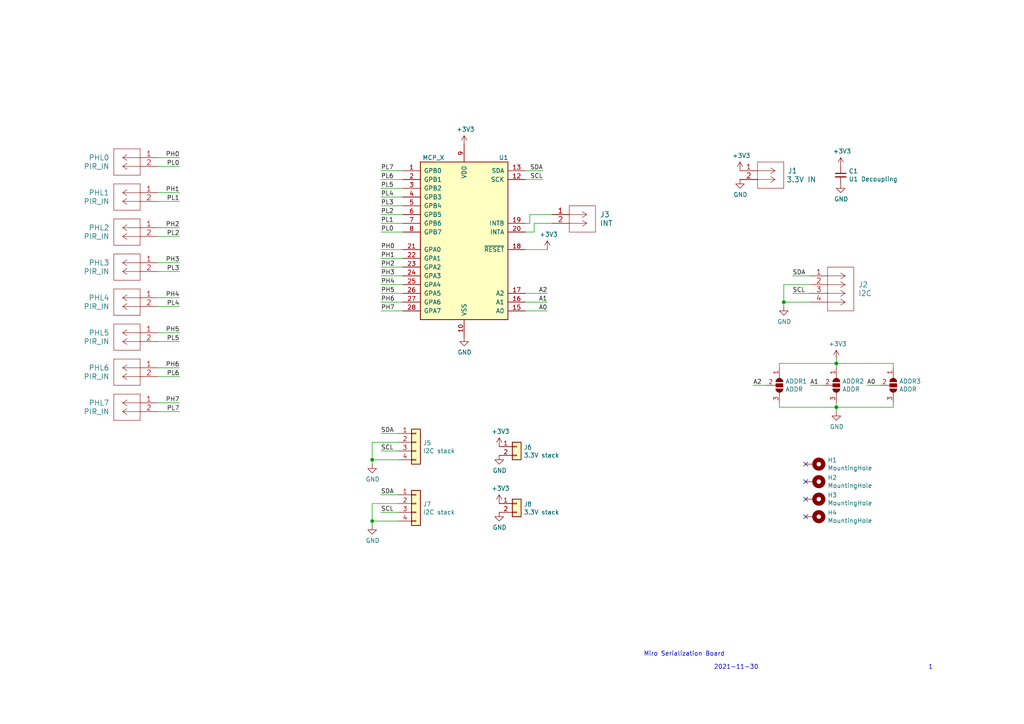
<source format=kicad_sch>
(kicad_sch
	(version 20231120)
	(generator "eeschema")
	(generator_version "8.0")
	(uuid "bff66cd3-9e37-4223-88c3-01019a6ec714")
	(paper "A4")
	(lib_symbols
		(symbol "Connector_Generic:Conn_01x02"
			(pin_names
				(offset 1.016) hide)
			(exclude_from_sim no)
			(in_bom yes)
			(on_board yes)
			(property "Reference" "J"
				(at 0 2.54 0)
				(effects
					(font
						(size 1.27 1.27)
					)
				)
			)
			(property "Value" "Conn_01x02"
				(at 0 -5.08 0)
				(effects
					(font
						(size 1.27 1.27)
					)
				)
			)
			(property "Footprint" ""
				(at 0 0 0)
				(effects
					(font
						(size 1.27 1.27)
					)
					(hide yes)
				)
			)
			(property "Datasheet" "~"
				(at 0 0 0)
				(effects
					(font
						(size 1.27 1.27)
					)
					(hide yes)
				)
			)
			(property "Description" "Generic connector, single row, 01x02, script generated (kicad-library-utils/schlib/autogen/connector/)"
				(at 0 0 0)
				(effects
					(font
						(size 1.27 1.27)
					)
					(hide yes)
				)
			)
			(property "ki_keywords" "connector"
				(at 0 0 0)
				(effects
					(font
						(size 1.27 1.27)
					)
					(hide yes)
				)
			)
			(property "ki_fp_filters" "Connector*:*_1x??_*"
				(at 0 0 0)
				(effects
					(font
						(size 1.27 1.27)
					)
					(hide yes)
				)
			)
			(symbol "Conn_01x02_1_1"
				(rectangle
					(start -1.27 -2.413)
					(end 0 -2.667)
					(stroke
						(width 0.1524)
						(type default)
					)
					(fill
						(type none)
					)
				)
				(rectangle
					(start -1.27 0.127)
					(end 0 -0.127)
					(stroke
						(width 0.1524)
						(type default)
					)
					(fill
						(type none)
					)
				)
				(rectangle
					(start -1.27 1.27)
					(end 1.27 -3.81)
					(stroke
						(width 0.254)
						(type default)
					)
					(fill
						(type background)
					)
				)
				(pin passive line
					(at -5.08 0 0)
					(length 3.81)
					(name "Pin_1"
						(effects
							(font
								(size 1.27 1.27)
							)
						)
					)
					(number "1"
						(effects
							(font
								(size 1.27 1.27)
							)
						)
					)
				)
				(pin passive line
					(at -5.08 -2.54 0)
					(length 3.81)
					(name "Pin_2"
						(effects
							(font
								(size 1.27 1.27)
							)
						)
					)
					(number "2"
						(effects
							(font
								(size 1.27 1.27)
							)
						)
					)
				)
			)
		)
		(symbol "Connector_Generic:Conn_01x04"
			(pin_names
				(offset 1.016) hide)
			(exclude_from_sim no)
			(in_bom yes)
			(on_board yes)
			(property "Reference" "J"
				(at 0 5.08 0)
				(effects
					(font
						(size 1.27 1.27)
					)
				)
			)
			(property "Value" "Conn_01x04"
				(at 0 -7.62 0)
				(effects
					(font
						(size 1.27 1.27)
					)
				)
			)
			(property "Footprint" ""
				(at 0 0 0)
				(effects
					(font
						(size 1.27 1.27)
					)
					(hide yes)
				)
			)
			(property "Datasheet" "~"
				(at 0 0 0)
				(effects
					(font
						(size 1.27 1.27)
					)
					(hide yes)
				)
			)
			(property "Description" "Generic connector, single row, 01x04, script generated (kicad-library-utils/schlib/autogen/connector/)"
				(at 0 0 0)
				(effects
					(font
						(size 1.27 1.27)
					)
					(hide yes)
				)
			)
			(property "ki_keywords" "connector"
				(at 0 0 0)
				(effects
					(font
						(size 1.27 1.27)
					)
					(hide yes)
				)
			)
			(property "ki_fp_filters" "Connector*:*_1x??_*"
				(at 0 0 0)
				(effects
					(font
						(size 1.27 1.27)
					)
					(hide yes)
				)
			)
			(symbol "Conn_01x04_1_1"
				(rectangle
					(start -1.27 -4.953)
					(end 0 -5.207)
					(stroke
						(width 0.1524)
						(type default)
					)
					(fill
						(type none)
					)
				)
				(rectangle
					(start -1.27 -2.413)
					(end 0 -2.667)
					(stroke
						(width 0.1524)
						(type default)
					)
					(fill
						(type none)
					)
				)
				(rectangle
					(start -1.27 0.127)
					(end 0 -0.127)
					(stroke
						(width 0.1524)
						(type default)
					)
					(fill
						(type none)
					)
				)
				(rectangle
					(start -1.27 2.667)
					(end 0 2.413)
					(stroke
						(width 0.1524)
						(type default)
					)
					(fill
						(type none)
					)
				)
				(rectangle
					(start -1.27 3.81)
					(end 1.27 -6.35)
					(stroke
						(width 0.254)
						(type default)
					)
					(fill
						(type background)
					)
				)
				(pin passive line
					(at -5.08 2.54 0)
					(length 3.81)
					(name "Pin_1"
						(effects
							(font
								(size 1.27 1.27)
							)
						)
					)
					(number "1"
						(effects
							(font
								(size 1.27 1.27)
							)
						)
					)
				)
				(pin passive line
					(at -5.08 0 0)
					(length 3.81)
					(name "Pin_2"
						(effects
							(font
								(size 1.27 1.27)
							)
						)
					)
					(number "2"
						(effects
							(font
								(size 1.27 1.27)
							)
						)
					)
				)
				(pin passive line
					(at -5.08 -2.54 0)
					(length 3.81)
					(name "Pin_3"
						(effects
							(font
								(size 1.27 1.27)
							)
						)
					)
					(number "3"
						(effects
							(font
								(size 1.27 1.27)
							)
						)
					)
				)
				(pin passive line
					(at -5.08 -5.08 0)
					(length 3.81)
					(name "Pin_4"
						(effects
							(font
								(size 1.27 1.27)
							)
						)
					)
					(number "4"
						(effects
							(font
								(size 1.27 1.27)
							)
						)
					)
				)
			)
		)
		(symbol "Device:C_Small"
			(pin_numbers hide)
			(pin_names
				(offset 0.254) hide)
			(exclude_from_sim no)
			(in_bom yes)
			(on_board yes)
			(property "Reference" "C"
				(at 0.254 1.778 0)
				(effects
					(font
						(size 1.27 1.27)
					)
					(justify left)
				)
			)
			(property "Value" "C_Small"
				(at 0.254 -2.032 0)
				(effects
					(font
						(size 1.27 1.27)
					)
					(justify left)
				)
			)
			(property "Footprint" ""
				(at 0 0 0)
				(effects
					(font
						(size 1.27 1.27)
					)
					(hide yes)
				)
			)
			(property "Datasheet" "~"
				(at 0 0 0)
				(effects
					(font
						(size 1.27 1.27)
					)
					(hide yes)
				)
			)
			(property "Description" "Unpolarized capacitor, small symbol"
				(at 0 0 0)
				(effects
					(font
						(size 1.27 1.27)
					)
					(hide yes)
				)
			)
			(property "ki_keywords" "capacitor cap"
				(at 0 0 0)
				(effects
					(font
						(size 1.27 1.27)
					)
					(hide yes)
				)
			)
			(property "ki_fp_filters" "C_*"
				(at 0 0 0)
				(effects
					(font
						(size 1.27 1.27)
					)
					(hide yes)
				)
			)
			(symbol "C_Small_0_1"
				(polyline
					(pts
						(xy -1.524 -0.508) (xy 1.524 -0.508)
					)
					(stroke
						(width 0.3302)
						(type default)
					)
					(fill
						(type none)
					)
				)
				(polyline
					(pts
						(xy -1.524 0.508) (xy 1.524 0.508)
					)
					(stroke
						(width 0.3048)
						(type default)
					)
					(fill
						(type none)
					)
				)
			)
			(symbol "C_Small_1_1"
				(pin passive line
					(at 0 2.54 270)
					(length 2.032)
					(name "~"
						(effects
							(font
								(size 1.27 1.27)
							)
						)
					)
					(number "1"
						(effects
							(font
								(size 1.27 1.27)
							)
						)
					)
				)
				(pin passive line
					(at 0 -2.54 90)
					(length 2.032)
					(name "~"
						(effects
							(font
								(size 1.27 1.27)
							)
						)
					)
					(number "2"
						(effects
							(font
								(size 1.27 1.27)
							)
						)
					)
				)
			)
		)
		(symbol "Interface_Expansion:MCP23017_SP"
			(pin_names
				(offset 1.016)
			)
			(exclude_from_sim no)
			(in_bom yes)
			(on_board yes)
			(property "Reference" "U"
				(at -11.43 24.13 0)
				(effects
					(font
						(size 1.27 1.27)
					)
				)
			)
			(property "Value" "MCP23017_SP"
				(at 0 0 0)
				(effects
					(font
						(size 1.27 1.27)
					)
				)
			)
			(property "Footprint" "Package_DIP:DIP-28_W7.62mm"
				(at 5.08 -25.4 0)
				(effects
					(font
						(size 1.27 1.27)
					)
					(justify left)
					(hide yes)
				)
			)
			(property "Datasheet" "http://ww1.microchip.com/downloads/en/DeviceDoc/20001952C.pdf"
				(at 5.08 -27.94 0)
				(effects
					(font
						(size 1.27 1.27)
					)
					(justify left)
					(hide yes)
				)
			)
			(property "Description" "16-bit I/O expander, I2C, interrupts, w pull-ups, SPDIP-28"
				(at 0 0 0)
				(effects
					(font
						(size 1.27 1.27)
					)
					(hide yes)
				)
			)
			(property "ki_keywords" "I2C parallel port expander"
				(at 0 0 0)
				(effects
					(font
						(size 1.27 1.27)
					)
					(hide yes)
				)
			)
			(property "ki_fp_filters" "DIP*W7.62mm*"
				(at 0 0 0)
				(effects
					(font
						(size 1.27 1.27)
					)
					(hide yes)
				)
			)
			(symbol "MCP23017_SP_0_1"
				(rectangle
					(start -12.7 22.86)
					(end 12.7 -22.86)
					(stroke
						(width 0.254)
						(type default)
					)
					(fill
						(type background)
					)
				)
			)
			(symbol "MCP23017_SP_1_1"
				(pin bidirectional line
					(at 17.78 20.32 180)
					(length 5.08)
					(name "GPB0"
						(effects
							(font
								(size 1.27 1.27)
							)
						)
					)
					(number "1"
						(effects
							(font
								(size 1.27 1.27)
							)
						)
					)
				)
				(pin power_in line
					(at 0 -27.94 90)
					(length 5.08)
					(name "VSS"
						(effects
							(font
								(size 1.27 1.27)
							)
						)
					)
					(number "10"
						(effects
							(font
								(size 1.27 1.27)
							)
						)
					)
				)
				(pin no_connect line
					(at -12.7 15.24 0)
					(length 5.08) hide
					(name "NC"
						(effects
							(font
								(size 1.27 1.27)
							)
						)
					)
					(number "11"
						(effects
							(font
								(size 1.27 1.27)
							)
						)
					)
				)
				(pin input line
					(at -17.78 17.78 0)
					(length 5.08)
					(name "SCK"
						(effects
							(font
								(size 1.27 1.27)
							)
						)
					)
					(number "12"
						(effects
							(font
								(size 1.27 1.27)
							)
						)
					)
				)
				(pin bidirectional line
					(at -17.78 20.32 0)
					(length 5.08)
					(name "SDA"
						(effects
							(font
								(size 1.27 1.27)
							)
						)
					)
					(number "13"
						(effects
							(font
								(size 1.27 1.27)
							)
						)
					)
				)
				(pin no_connect line
					(at -12.7 12.7 0)
					(length 5.08) hide
					(name "NC"
						(effects
							(font
								(size 1.27 1.27)
							)
						)
					)
					(number "14"
						(effects
							(font
								(size 1.27 1.27)
							)
						)
					)
				)
				(pin input line
					(at -17.78 -20.32 0)
					(length 5.08)
					(name "A0"
						(effects
							(font
								(size 1.27 1.27)
							)
						)
					)
					(number "15"
						(effects
							(font
								(size 1.27 1.27)
							)
						)
					)
				)
				(pin input line
					(at -17.78 -17.78 0)
					(length 5.08)
					(name "A1"
						(effects
							(font
								(size 1.27 1.27)
							)
						)
					)
					(number "16"
						(effects
							(font
								(size 1.27 1.27)
							)
						)
					)
				)
				(pin input line
					(at -17.78 -15.24 0)
					(length 5.08)
					(name "A2"
						(effects
							(font
								(size 1.27 1.27)
							)
						)
					)
					(number "17"
						(effects
							(font
								(size 1.27 1.27)
							)
						)
					)
				)
				(pin input line
					(at -17.78 -2.54 0)
					(length 5.08)
					(name "~{RESET}"
						(effects
							(font
								(size 1.27 1.27)
							)
						)
					)
					(number "18"
						(effects
							(font
								(size 1.27 1.27)
							)
						)
					)
				)
				(pin tri_state line
					(at -17.78 5.08 0)
					(length 5.08)
					(name "INTB"
						(effects
							(font
								(size 1.27 1.27)
							)
						)
					)
					(number "19"
						(effects
							(font
								(size 1.27 1.27)
							)
						)
					)
				)
				(pin bidirectional line
					(at 17.78 17.78 180)
					(length 5.08)
					(name "GPB1"
						(effects
							(font
								(size 1.27 1.27)
							)
						)
					)
					(number "2"
						(effects
							(font
								(size 1.27 1.27)
							)
						)
					)
				)
				(pin tri_state line
					(at -17.78 2.54 0)
					(length 5.08)
					(name "INTA"
						(effects
							(font
								(size 1.27 1.27)
							)
						)
					)
					(number "20"
						(effects
							(font
								(size 1.27 1.27)
							)
						)
					)
				)
				(pin bidirectional line
					(at 17.78 -2.54 180)
					(length 5.08)
					(name "GPA0"
						(effects
							(font
								(size 1.27 1.27)
							)
						)
					)
					(number "21"
						(effects
							(font
								(size 1.27 1.27)
							)
						)
					)
				)
				(pin bidirectional line
					(at 17.78 -5.08 180)
					(length 5.08)
					(name "GPA1"
						(effects
							(font
								(size 1.27 1.27)
							)
						)
					)
					(number "22"
						(effects
							(font
								(size 1.27 1.27)
							)
						)
					)
				)
				(pin bidirectional line
					(at 17.78 -7.62 180)
					(length 5.08)
					(name "GPA2"
						(effects
							(font
								(size 1.27 1.27)
							)
						)
					)
					(number "23"
						(effects
							(font
								(size 1.27 1.27)
							)
						)
					)
				)
				(pin bidirectional line
					(at 17.78 -10.16 180)
					(length 5.08)
					(name "GPA3"
						(effects
							(font
								(size 1.27 1.27)
							)
						)
					)
					(number "24"
						(effects
							(font
								(size 1.27 1.27)
							)
						)
					)
				)
				(pin bidirectional line
					(at 17.78 -12.7 180)
					(length 5.08)
					(name "GPA4"
						(effects
							(font
								(size 1.27 1.27)
							)
						)
					)
					(number "25"
						(effects
							(font
								(size 1.27 1.27)
							)
						)
					)
				)
				(pin bidirectional line
					(at 17.78 -15.24 180)
					(length 5.08)
					(name "GPA5"
						(effects
							(font
								(size 1.27 1.27)
							)
						)
					)
					(number "26"
						(effects
							(font
								(size 1.27 1.27)
							)
						)
					)
				)
				(pin bidirectional line
					(at 17.78 -17.78 180)
					(length 5.08)
					(name "GPA6"
						(effects
							(font
								(size 1.27 1.27)
							)
						)
					)
					(number "27"
						(effects
							(font
								(size 1.27 1.27)
							)
						)
					)
				)
				(pin bidirectional line
					(at 17.78 -20.32 180)
					(length 5.08)
					(name "GPA7"
						(effects
							(font
								(size 1.27 1.27)
							)
						)
					)
					(number "28"
						(effects
							(font
								(size 1.27 1.27)
							)
						)
					)
				)
				(pin bidirectional line
					(at 17.78 15.24 180)
					(length 5.08)
					(name "GPB2"
						(effects
							(font
								(size 1.27 1.27)
							)
						)
					)
					(number "3"
						(effects
							(font
								(size 1.27 1.27)
							)
						)
					)
				)
				(pin bidirectional line
					(at 17.78 12.7 180)
					(length 5.08)
					(name "GPB3"
						(effects
							(font
								(size 1.27 1.27)
							)
						)
					)
					(number "4"
						(effects
							(font
								(size 1.27 1.27)
							)
						)
					)
				)
				(pin bidirectional line
					(at 17.78 10.16 180)
					(length 5.08)
					(name "GPB4"
						(effects
							(font
								(size 1.27 1.27)
							)
						)
					)
					(number "5"
						(effects
							(font
								(size 1.27 1.27)
							)
						)
					)
				)
				(pin bidirectional line
					(at 17.78 7.62 180)
					(length 5.08)
					(name "GPB5"
						(effects
							(font
								(size 1.27 1.27)
							)
						)
					)
					(number "6"
						(effects
							(font
								(size 1.27 1.27)
							)
						)
					)
				)
				(pin bidirectional line
					(at 17.78 5.08 180)
					(length 5.08)
					(name "GPB6"
						(effects
							(font
								(size 1.27 1.27)
							)
						)
					)
					(number "7"
						(effects
							(font
								(size 1.27 1.27)
							)
						)
					)
				)
				(pin bidirectional line
					(at 17.78 2.54 180)
					(length 5.08)
					(name "GPB7"
						(effects
							(font
								(size 1.27 1.27)
							)
						)
					)
					(number "8"
						(effects
							(font
								(size 1.27 1.27)
							)
						)
					)
				)
				(pin power_in line
					(at 0 27.94 270)
					(length 5.08)
					(name "VDD"
						(effects
							(font
								(size 1.27 1.27)
							)
						)
					)
					(number "9"
						(effects
							(font
								(size 1.27 1.27)
							)
						)
					)
				)
			)
		)
		(symbol "Mechanical:MountingHole_Pad"
			(pin_numbers hide)
			(pin_names
				(offset 1.016) hide)
			(exclude_from_sim no)
			(in_bom yes)
			(on_board yes)
			(property "Reference" "H"
				(at 0 6.35 0)
				(effects
					(font
						(size 1.27 1.27)
					)
				)
			)
			(property "Value" "MountingHole_Pad"
				(at 0 4.445 0)
				(effects
					(font
						(size 1.27 1.27)
					)
				)
			)
			(property "Footprint" ""
				(at 0 0 0)
				(effects
					(font
						(size 1.27 1.27)
					)
					(hide yes)
				)
			)
			(property "Datasheet" "~"
				(at 0 0 0)
				(effects
					(font
						(size 1.27 1.27)
					)
					(hide yes)
				)
			)
			(property "Description" "Mounting Hole with connection"
				(at 0 0 0)
				(effects
					(font
						(size 1.27 1.27)
					)
					(hide yes)
				)
			)
			(property "ki_keywords" "mounting hole"
				(at 0 0 0)
				(effects
					(font
						(size 1.27 1.27)
					)
					(hide yes)
				)
			)
			(property "ki_fp_filters" "MountingHole*Pad*"
				(at 0 0 0)
				(effects
					(font
						(size 1.27 1.27)
					)
					(hide yes)
				)
			)
			(symbol "MountingHole_Pad_0_1"
				(circle
					(center 0 1.27)
					(radius 1.27)
					(stroke
						(width 1.27)
						(type default)
					)
					(fill
						(type none)
					)
				)
			)
			(symbol "MountingHole_Pad_1_1"
				(pin input line
					(at 0 -2.54 90)
					(length 2.54)
					(name "1"
						(effects
							(font
								(size 1.27 1.27)
							)
						)
					)
					(number "1"
						(effects
							(font
								(size 1.27 1.27)
							)
						)
					)
				)
			)
		)
		(symbol "power:GND"
			(power)
			(pin_names
				(offset 0)
			)
			(exclude_from_sim no)
			(in_bom yes)
			(on_board yes)
			(property "Reference" "#PWR"
				(at 0 -6.35 0)
				(effects
					(font
						(size 1.27 1.27)
					)
					(hide yes)
				)
			)
			(property "Value" "GND"
				(at 0 -3.81 0)
				(effects
					(font
						(size 1.27 1.27)
					)
				)
			)
			(property "Footprint" ""
				(at 0 0 0)
				(effects
					(font
						(size 1.27 1.27)
					)
					(hide yes)
				)
			)
			(property "Datasheet" ""
				(at 0 0 0)
				(effects
					(font
						(size 1.27 1.27)
					)
					(hide yes)
				)
			)
			(property "Description" "Power symbol creates a global label with name \"GND\" , ground"
				(at 0 0 0)
				(effects
					(font
						(size 1.27 1.27)
					)
					(hide yes)
				)
			)
			(property "ki_keywords" "global power"
				(at 0 0 0)
				(effects
					(font
						(size 1.27 1.27)
					)
					(hide yes)
				)
			)
			(symbol "GND_0_1"
				(polyline
					(pts
						(xy 0 0) (xy 0 -1.27) (xy 1.27 -1.27) (xy 0 -2.54) (xy -1.27 -1.27) (xy 0 -1.27)
					)
					(stroke
						(width 0)
						(type default)
					)
					(fill
						(type none)
					)
				)
			)
			(symbol "GND_1_1"
				(pin power_in line
					(at 0 0 270)
					(length 0) hide
					(name "GND"
						(effects
							(font
								(size 1.27 1.27)
							)
						)
					)
					(number "1"
						(effects
							(font
								(size 1.27 1.27)
							)
						)
					)
				)
			)
		)
		(symbol "serialization_board-rescue:+3.3V-power"
			(power)
			(pin_names
				(offset 0)
			)
			(exclude_from_sim no)
			(in_bom yes)
			(on_board yes)
			(property "Reference" "#PWR"
				(at 0 -3.81 0)
				(effects
					(font
						(size 1.27 1.27)
					)
					(hide yes)
				)
			)
			(property "Value" "+3.3V-power"
				(at 0 3.556 0)
				(effects
					(font
						(size 1.27 1.27)
					)
				)
			)
			(property "Footprint" ""
				(at 0 0 0)
				(effects
					(font
						(size 1.27 1.27)
					)
					(hide yes)
				)
			)
			(property "Datasheet" ""
				(at 0 0 0)
				(effects
					(font
						(size 1.27 1.27)
					)
					(hide yes)
				)
			)
			(property "Description" ""
				(at 0 0 0)
				(effects
					(font
						(size 1.27 1.27)
					)
					(hide yes)
				)
			)
			(symbol "+3.3V-power_0_1"
				(polyline
					(pts
						(xy -0.762 1.27) (xy 0 2.54)
					)
					(stroke
						(width 0)
						(type solid)
					)
					(fill
						(type none)
					)
				)
				(polyline
					(pts
						(xy 0 0) (xy 0 2.54)
					)
					(stroke
						(width 0)
						(type solid)
					)
					(fill
						(type none)
					)
				)
				(polyline
					(pts
						(xy 0 2.54) (xy 0.762 1.27)
					)
					(stroke
						(width 0)
						(type solid)
					)
					(fill
						(type none)
					)
				)
			)
			(symbol "+3.3V-power_1_1"
				(pin power_in line
					(at 0 0 90)
					(length 0) hide
					(name "+3V3"
						(effects
							(font
								(size 1.27 1.27)
							)
						)
					)
					(number "1"
						(effects
							(font
								(size 1.27 1.27)
							)
						)
					)
				)
			)
		)
		(symbol "serialization_board-rescue:SolderJumper_3_Open-Jumper"
			(pin_names
				(offset 0) hide)
			(exclude_from_sim no)
			(in_bom yes)
			(on_board yes)
			(property "Reference" "JP"
				(at -2.54 -2.54 0)
				(effects
					(font
						(size 1.27 1.27)
					)
				)
			)
			(property "Value" "Jumper_SolderJumper_3_Open"
				(at 0 2.794 0)
				(effects
					(font
						(size 1.27 1.27)
					)
				)
			)
			(property "Footprint" ""
				(at 0 0 0)
				(effects
					(font
						(size 1.27 1.27)
					)
					(hide yes)
				)
			)
			(property "Datasheet" ""
				(at 0 0 0)
				(effects
					(font
						(size 1.27 1.27)
					)
					(hide yes)
				)
			)
			(property "Description" ""
				(at 0 0 0)
				(effects
					(font
						(size 1.27 1.27)
					)
					(hide yes)
				)
			)
			(property "ki_fp_filters" "SolderJumper*Open*"
				(at 0 0 0)
				(effects
					(font
						(size 1.27 1.27)
					)
					(hide yes)
				)
			)
			(symbol "SolderJumper_3_Open-Jumper_0_1"
				(arc
					(start -1.016 1.016)
					(mid -2.0276 0)
					(end -1.016 -1.016)
					(stroke
						(width 0)
						(type solid)
					)
					(fill
						(type none)
					)
				)
				(arc
					(start -1.016 1.016)
					(mid -2.0276 0)
					(end -1.016 -1.016)
					(stroke
						(width 0)
						(type solid)
					)
					(fill
						(type outline)
					)
				)
				(rectangle
					(start -0.508 1.016)
					(end 0.508 -1.016)
					(stroke
						(width 0)
						(type solid)
					)
					(fill
						(type outline)
					)
				)
				(polyline
					(pts
						(xy -2.54 0) (xy -2.032 0)
					)
					(stroke
						(width 0)
						(type solid)
					)
					(fill
						(type none)
					)
				)
				(polyline
					(pts
						(xy -1.016 1.016) (xy -1.016 -1.016)
					)
					(stroke
						(width 0)
						(type solid)
					)
					(fill
						(type none)
					)
				)
				(polyline
					(pts
						(xy 0 -1.27) (xy 0 -1.016)
					)
					(stroke
						(width 0)
						(type solid)
					)
					(fill
						(type none)
					)
				)
				(polyline
					(pts
						(xy 1.016 1.016) (xy 1.016 -1.016)
					)
					(stroke
						(width 0)
						(type solid)
					)
					(fill
						(type none)
					)
				)
				(polyline
					(pts
						(xy 2.54 0) (xy 2.032 0)
					)
					(stroke
						(width 0)
						(type solid)
					)
					(fill
						(type none)
					)
				)
				(arc
					(start 1.016 -1.016)
					(mid 2.0276 0)
					(end 1.016 1.016)
					(stroke
						(width 0)
						(type solid)
					)
					(fill
						(type none)
					)
				)
				(arc
					(start 1.016 -1.016)
					(mid 2.0276 0)
					(end 1.016 1.016)
					(stroke
						(width 0)
						(type solid)
					)
					(fill
						(type outline)
					)
				)
			)
			(symbol "SolderJumper_3_Open-Jumper_1_1"
				(pin passive line
					(at -5.08 0 0)
					(length 2.54)
					(name "A"
						(effects
							(font
								(size 1.27 1.27)
							)
						)
					)
					(number "1"
						(effects
							(font
								(size 1.27 1.27)
							)
						)
					)
				)
				(pin input line
					(at 0 -3.81 90)
					(length 2.54)
					(name "C"
						(effects
							(font
								(size 1.27 1.27)
							)
						)
					)
					(number "2"
						(effects
							(font
								(size 1.27 1.27)
							)
						)
					)
				)
				(pin passive line
					(at 5.08 0 180)
					(length 2.54)
					(name "B"
						(effects
							(font
								(size 1.27 1.27)
							)
						)
					)
					(number "3"
						(effects
							(font
								(size 1.27 1.27)
							)
						)
					)
				)
			)
		)
		(symbol "serialization_board-rescue:TE_HDI_2_horiz-miro-v04"
			(pin_names
				(offset 0.254) hide)
			(exclude_from_sim no)
			(in_bom yes)
			(on_board yes)
			(property "Reference" "J"
				(at 8.89 6.35 0)
				(effects
					(font
						(size 1.524 1.524)
					)
				)
			)
			(property "Value" "miro-v04_TE_HDI_2_horiz"
				(at 8.89 3.81 0)
				(effects
					(font
						(size 1.524 1.524)
					)
				)
			)
			(property "Footprint" "miro-v04:TE_HDI_2_horiz"
				(at 8.89 -6.35 0)
				(effects
					(font
						(size 1.524 1.524)
					)
					(hide yes)
				)
			)
			(property "Datasheet" ""
				(at 0 0 0)
				(effects
					(font
						(size 1.524 1.524)
					)
				)
			)
			(property "Description" ""
				(at 0 0 0)
				(effects
					(font
						(size 1.27 1.27)
					)
					(hide yes)
				)
			)
			(property "ki_fp_filters" "CONN_440055-2_TEC"
				(at 0 0 0)
				(effects
					(font
						(size 1.27 1.27)
					)
					(hide yes)
				)
			)
			(symbol "TE_HDI_2_horiz-miro-v04_1_1"
				(polyline
					(pts
						(xy 5.08 -5.08) (xy 12.7 -5.08)
					)
					(stroke
						(width 0.127)
						(type solid)
					)
					(fill
						(type none)
					)
				)
				(polyline
					(pts
						(xy 5.08 2.54) (xy 5.08 -5.08)
					)
					(stroke
						(width 0.127)
						(type solid)
					)
					(fill
						(type none)
					)
				)
				(polyline
					(pts
						(xy 10.16 -2.54) (xy 5.08 -2.54)
					)
					(stroke
						(width 0.127)
						(type solid)
					)
					(fill
						(type none)
					)
				)
				(polyline
					(pts
						(xy 10.16 -2.54) (xy 8.89 -3.3782)
					)
					(stroke
						(width 0.127)
						(type solid)
					)
					(fill
						(type none)
					)
				)
				(polyline
					(pts
						(xy 10.16 -2.54) (xy 8.89 -1.7018)
					)
					(stroke
						(width 0.127)
						(type solid)
					)
					(fill
						(type none)
					)
				)
				(polyline
					(pts
						(xy 10.16 0) (xy 5.08 0)
					)
					(stroke
						(width 0.127)
						(type solid)
					)
					(fill
						(type none)
					)
				)
				(polyline
					(pts
						(xy 10.16 0) (xy 8.89 -0.8382)
					)
					(stroke
						(width 0.127)
						(type solid)
					)
					(fill
						(type none)
					)
				)
				(polyline
					(pts
						(xy 10.16 0) (xy 8.89 0.8382)
					)
					(stroke
						(width 0.127)
						(type solid)
					)
					(fill
						(type none)
					)
				)
				(polyline
					(pts
						(xy 12.7 -5.08) (xy 12.7 2.54)
					)
					(stroke
						(width 0.127)
						(type solid)
					)
					(fill
						(type none)
					)
				)
				(polyline
					(pts
						(xy 12.7 2.54) (xy 5.08 2.54)
					)
					(stroke
						(width 0.127)
						(type solid)
					)
					(fill
						(type none)
					)
				)
				(pin unspecified line
					(at 0 0 0)
					(length 5.08)
					(name "1"
						(effects
							(font
								(size 1.4986 1.4986)
							)
						)
					)
					(number "1"
						(effects
							(font
								(size 1.4986 1.4986)
							)
						)
					)
				)
				(pin unspecified line
					(at 0 -2.54 0)
					(length 5.08)
					(name "2"
						(effects
							(font
								(size 1.4986 1.4986)
							)
						)
					)
					(number "2"
						(effects
							(font
								(size 1.4986 1.4986)
							)
						)
					)
				)
			)
		)
		(symbol "serialization_board-rescue:TE_HDI_4_vert-miro-v04"
			(pin_names
				(offset 0.254) hide)
			(exclude_from_sim no)
			(in_bom yes)
			(on_board yes)
			(property "Reference" "J"
				(at 8.89 6.35 0)
				(effects
					(font
						(size 1.524 1.524)
					)
				)
			)
			(property "Value" "miro-v04_TE_HDI_4_vert"
				(at 8.89 3.81 0)
				(effects
					(font
						(size 1.524 1.524)
					)
				)
			)
			(property "Footprint" "miro-v04:TE_HDI_4_vert"
				(at 8.89 -11.43 0)
				(effects
					(font
						(size 1.524 1.524)
					)
					(hide yes)
				)
			)
			(property "Datasheet" ""
				(at 0 0 0)
				(effects
					(font
						(size 1.524 1.524)
					)
				)
			)
			(property "Description" ""
				(at 0 0 0)
				(effects
					(font
						(size 1.27 1.27)
					)
					(hide yes)
				)
			)
			(property "ki_fp_filters" "CONN_1735446-4_TYCO"
				(at 0 0 0)
				(effects
					(font
						(size 1.27 1.27)
					)
					(hide yes)
				)
			)
			(symbol "TE_HDI_4_vert-miro-v04_1_1"
				(polyline
					(pts
						(xy 5.08 -10.16) (xy 12.7 -10.16)
					)
					(stroke
						(width 0.127)
						(type solid)
					)
					(fill
						(type none)
					)
				)
				(polyline
					(pts
						(xy 5.08 2.54) (xy 5.08 -10.16)
					)
					(stroke
						(width 0.127)
						(type solid)
					)
					(fill
						(type none)
					)
				)
				(polyline
					(pts
						(xy 10.16 -7.62) (xy 5.08 -7.62)
					)
					(stroke
						(width 0.127)
						(type solid)
					)
					(fill
						(type none)
					)
				)
				(polyline
					(pts
						(xy 10.16 -7.62) (xy 8.89 -8.4582)
					)
					(stroke
						(width 0.127)
						(type solid)
					)
					(fill
						(type none)
					)
				)
				(polyline
					(pts
						(xy 10.16 -7.62) (xy 8.89 -6.7818)
					)
					(stroke
						(width 0.127)
						(type solid)
					)
					(fill
						(type none)
					)
				)
				(polyline
					(pts
						(xy 10.16 -5.08) (xy 5.08 -5.08)
					)
					(stroke
						(width 0.127)
						(type solid)
					)
					(fill
						(type none)
					)
				)
				(polyline
					(pts
						(xy 10.16 -5.08) (xy 8.89 -5.9182)
					)
					(stroke
						(width 0.127)
						(type solid)
					)
					(fill
						(type none)
					)
				)
				(polyline
					(pts
						(xy 10.16 -5.08) (xy 8.89 -4.2418)
					)
					(stroke
						(width 0.127)
						(type solid)
					)
					(fill
						(type none)
					)
				)
				(polyline
					(pts
						(xy 10.16 -2.54) (xy 5.08 -2.54)
					)
					(stroke
						(width 0.127)
						(type solid)
					)
					(fill
						(type none)
					)
				)
				(polyline
					(pts
						(xy 10.16 -2.54) (xy 8.89 -3.3782)
					)
					(stroke
						(width 0.127)
						(type solid)
					)
					(fill
						(type none)
					)
				)
				(polyline
					(pts
						(xy 10.16 -2.54) (xy 8.89 -1.7018)
					)
					(stroke
						(width 0.127)
						(type solid)
					)
					(fill
						(type none)
					)
				)
				(polyline
					(pts
						(xy 10.16 0) (xy 5.08 0)
					)
					(stroke
						(width 0.127)
						(type solid)
					)
					(fill
						(type none)
					)
				)
				(polyline
					(pts
						(xy 10.16 0) (xy 8.89 -0.8382)
					)
					(stroke
						(width 0.127)
						(type solid)
					)
					(fill
						(type none)
					)
				)
				(polyline
					(pts
						(xy 10.16 0) (xy 8.89 0.8382)
					)
					(stroke
						(width 0.127)
						(type solid)
					)
					(fill
						(type none)
					)
				)
				(polyline
					(pts
						(xy 12.7 -10.16) (xy 12.7 2.54)
					)
					(stroke
						(width 0.127)
						(type solid)
					)
					(fill
						(type none)
					)
				)
				(polyline
					(pts
						(xy 12.7 2.54) (xy 5.08 2.54)
					)
					(stroke
						(width 0.127)
						(type solid)
					)
					(fill
						(type none)
					)
				)
				(pin unspecified line
					(at 0 0 0)
					(length 5.08)
					(name "1"
						(effects
							(font
								(size 1.4986 1.4986)
							)
						)
					)
					(number "1"
						(effects
							(font
								(size 1.4986 1.4986)
							)
						)
					)
				)
				(pin unspecified line
					(at 0 -2.54 0)
					(length 5.08)
					(name "2"
						(effects
							(font
								(size 1.4986 1.4986)
							)
						)
					)
					(number "2"
						(effects
							(font
								(size 1.4986 1.4986)
							)
						)
					)
				)
				(pin unspecified line
					(at 0 -5.08 0)
					(length 5.08)
					(name "3"
						(effects
							(font
								(size 1.4986 1.4986)
							)
						)
					)
					(number "3"
						(effects
							(font
								(size 1.4986 1.4986)
							)
						)
					)
				)
				(pin unspecified line
					(at 0 -7.62 0)
					(length 5.08)
					(name "4"
						(effects
							(font
								(size 1.4986 1.4986)
							)
						)
					)
					(number "4"
						(effects
							(font
								(size 1.4986 1.4986)
							)
						)
					)
				)
			)
		)
	)
	(junction
		(at 107.95 133.35)
		(diameter 0)
		(color 0 0 0 0)
		(uuid "2541bc7c-f674-4483-be1c-97e9a51153d1")
	)
	(junction
		(at 242.57 105.41)
		(diameter 0)
		(color 0 0 0 0)
		(uuid "53f74bfe-f808-4910-a73a-c2f6ff8c3ae6")
	)
	(junction
		(at 242.57 118.11)
		(diameter 0)
		(color 0 0 0 0)
		(uuid "61a90c18-cb97-4b2a-aeb8-52eb7b22e9ea")
	)
	(junction
		(at 227.33 87.63)
		(diameter 0)
		(color 0 0 0 0)
		(uuid "7aa43462-2381-41f8-842e-7ed8fa0e5eb3")
	)
	(junction
		(at 107.95 151.13)
		(diameter 0)
		(color 0 0 0 0)
		(uuid "a2799f38-d965-41c0-84f7-6d87f9068f7b")
	)
	(no_connect
		(at 233.68 139.7)
		(uuid "0d7e19f5-746a-4dd9-830a-76af199b4cf3")
	)
	(no_connect
		(at 233.68 144.78)
		(uuid "2a653766-799d-44ac-9687-5226199e09c0")
	)
	(no_connect
		(at 233.68 149.86)
		(uuid "c75039ca-bb60-45e5-9449-0a28dba136ee")
	)
	(no_connect
		(at 233.68 134.62)
		(uuid "ed6a65f4-3a0d-46aa-bc3a-f9e3f7e4c436")
	)
	(wire
		(pts
			(xy 45.72 48.26) (xy 52.07 48.26)
		)
		(stroke
			(width 0)
			(type default)
		)
		(uuid "025a57ae-b4d8-40be-88f4-e9e636d00338")
	)
	(wire
		(pts
			(xy 226.06 116.84) (xy 226.06 118.11)
		)
		(stroke
			(width 0)
			(type default)
		)
		(uuid "0295c443-98e9-4dc2-b881-3f9cd8077e65")
	)
	(wire
		(pts
			(xy 116.84 87.63) (xy 110.49 87.63)
		)
		(stroke
			(width 0)
			(type default)
		)
		(uuid "071a9e93-7317-4190-9788-590f471b918c")
	)
	(wire
		(pts
			(xy 116.84 59.69) (xy 110.49 59.69)
		)
		(stroke
			(width 0)
			(type default)
		)
		(uuid "0724649c-6f2e-4107-a581-a6236ff322e0")
	)
	(wire
		(pts
			(xy 52.07 119.38) (xy 45.72 119.38)
		)
		(stroke
			(width 0)
			(type default)
		)
		(uuid "08f43f02-0418-42bd-85cc-0d1ee44b5c63")
	)
	(wire
		(pts
			(xy 52.07 116.84) (xy 45.72 116.84)
		)
		(stroke
			(width 0)
			(type default)
		)
		(uuid "08f8d1ef-13f2-4f8d-802c-1c6bc6016908")
	)
	(wire
		(pts
			(xy 52.07 55.88) (xy 45.72 55.88)
		)
		(stroke
			(width 0)
			(type default)
		)
		(uuid "09d10b8d-6efa-4442-9037-ca992e923fb1")
	)
	(wire
		(pts
			(xy 110.49 49.53) (xy 116.84 49.53)
		)
		(stroke
			(width 0)
			(type default)
		)
		(uuid "0b66be61-79af-4584-96ac-a7c1e82429c4")
	)
	(wire
		(pts
			(xy 234.95 80.01) (xy 229.87 80.01)
		)
		(stroke
			(width 0)
			(type default)
		)
		(uuid "10b86a61-6e55-44d9-ac7a-c04fe9bf4af1")
	)
	(wire
		(pts
			(xy 152.4 67.31) (xy 154.94 67.31)
		)
		(stroke
			(width 0)
			(type default)
		)
		(uuid "1127dd48-aeef-4484-a1c4-e7131a5ac155")
	)
	(wire
		(pts
			(xy 52.07 58.42) (xy 45.72 58.42)
		)
		(stroke
			(width 0)
			(type default)
		)
		(uuid "11c889c4-3765-4785-a9e5-62a0f459e18b")
	)
	(wire
		(pts
			(xy 157.48 52.07) (xy 152.4 52.07)
		)
		(stroke
			(width 0)
			(type default)
		)
		(uuid "11e4f515-47ad-4941-ad01-6015d60679f4")
	)
	(wire
		(pts
			(xy 115.57 146.05) (xy 107.95 146.05)
		)
		(stroke
			(width 0)
			(type default)
		)
		(uuid "158930d3-c722-41d0-ae48-1feb68b1ec73")
	)
	(wire
		(pts
			(xy 242.57 106.68) (xy 242.57 105.41)
		)
		(stroke
			(width 0)
			(type default)
		)
		(uuid "1f37d69e-3918-4869-aed8-d6c4acff5756")
	)
	(wire
		(pts
			(xy 153.67 62.23) (xy 160.02 62.23)
		)
		(stroke
			(width 0)
			(type default)
		)
		(uuid "22dfd1bc-68f5-4c9f-ba10-a806daf12700")
	)
	(wire
		(pts
			(xy 45.72 68.58) (xy 52.07 68.58)
		)
		(stroke
			(width 0)
			(type default)
		)
		(uuid "249fc87c-fbb0-4d5b-92ab-d3139f128ae5")
	)
	(wire
		(pts
			(xy 234.95 111.76) (xy 238.76 111.76)
		)
		(stroke
			(width 0)
			(type default)
		)
		(uuid "2674f32d-8a47-4839-9558-e812a4321b2f")
	)
	(wire
		(pts
			(xy 116.84 62.23) (xy 110.49 62.23)
		)
		(stroke
			(width 0)
			(type default)
		)
		(uuid "28f1c36d-b025-4af3-b24d-6b88d620ebe0")
	)
	(wire
		(pts
			(xy 45.72 76.2) (xy 52.07 76.2)
		)
		(stroke
			(width 0)
			(type default)
		)
		(uuid "2b90ba28-61f1-4bb1-8831-c9d382c6ebdb")
	)
	(wire
		(pts
			(xy 226.06 118.11) (xy 242.57 118.11)
		)
		(stroke
			(width 0)
			(type default)
		)
		(uuid "317b141d-7394-40aa-8548-76ff6aaba426")
	)
	(wire
		(pts
			(xy 242.57 105.41) (xy 242.57 104.14)
		)
		(stroke
			(width 0)
			(type default)
		)
		(uuid "31bb581d-0219-47e5-a3f5-fcb138e3fd0d")
	)
	(wire
		(pts
			(xy 115.57 143.51) (xy 110.49 143.51)
		)
		(stroke
			(width 0)
			(type default)
		)
		(uuid "370fd845-ee7c-44c5-8208-c3106b12999d")
	)
	(wire
		(pts
			(xy 242.57 105.41) (xy 259.08 105.41)
		)
		(stroke
			(width 0)
			(type default)
		)
		(uuid "388fe2f8-1d1e-4504-bb90-37d1b839ed7e")
	)
	(wire
		(pts
			(xy 45.72 78.74) (xy 52.07 78.74)
		)
		(stroke
			(width 0)
			(type default)
		)
		(uuid "3a296ad1-c356-40c0-bce4-0f20a7a157e0")
	)
	(wire
		(pts
			(xy 154.94 64.77) (xy 160.02 64.77)
		)
		(stroke
			(width 0)
			(type default)
		)
		(uuid "3a4cf13c-34c9-447a-8b92-a27fb163bbd7")
	)
	(wire
		(pts
			(xy 158.75 72.39) (xy 152.4 72.39)
		)
		(stroke
			(width 0)
			(type default)
		)
		(uuid "3f8c7d7b-5e0e-480a-9676-70e4fe96c452")
	)
	(wire
		(pts
			(xy 259.08 105.41) (xy 259.08 106.68)
		)
		(stroke
			(width 0)
			(type default)
		)
		(uuid "42de64e3-5641-474e-bf93-bb48f2fdc50b")
	)
	(wire
		(pts
			(xy 110.49 64.77) (xy 116.84 64.77)
		)
		(stroke
			(width 0)
			(type default)
		)
		(uuid "4846eb3b-d260-43b3-9e0b-844175156d3b")
	)
	(wire
		(pts
			(xy 234.95 85.09) (xy 229.87 85.09)
		)
		(stroke
			(width 0)
			(type default)
		)
		(uuid "4a7f74ec-f200-4ee2-ae00-e83b77477057")
	)
	(wire
		(pts
			(xy 259.08 118.11) (xy 259.08 116.84)
		)
		(stroke
			(width 0)
			(type default)
		)
		(uuid "4c851515-9f8f-465e-b66a-3251b17967c0")
	)
	(wire
		(pts
			(xy 234.95 87.63) (xy 227.33 87.63)
		)
		(stroke
			(width 0)
			(type default)
		)
		(uuid "5131494e-405b-4785-ab8b-537f49766c7b")
	)
	(wire
		(pts
			(xy 45.72 109.22) (xy 52.07 109.22)
		)
		(stroke
			(width 0)
			(type default)
		)
		(uuid "57f9ceb1-1589-49a3-991f-777acfe42227")
	)
	(wire
		(pts
			(xy 107.95 151.13) (xy 107.95 152.4)
		)
		(stroke
			(width 0)
			(type default)
		)
		(uuid "5ffd3489-65ba-43fd-ba3f-3bd3d2032aa6")
	)
	(wire
		(pts
			(xy 52.07 99.06) (xy 45.72 99.06)
		)
		(stroke
			(width 0)
			(type default)
		)
		(uuid "617f680e-7d98-43ae-b93a-ff3ed586bf46")
	)
	(wire
		(pts
			(xy 52.07 96.52) (xy 45.72 96.52)
		)
		(stroke
			(width 0)
			(type default)
		)
		(uuid "64218da7-fb33-4380-b13d-5387d0873412")
	)
	(wire
		(pts
			(xy 45.72 106.68) (xy 52.07 106.68)
		)
		(stroke
			(width 0)
			(type default)
		)
		(uuid "64ce9840-8e16-4320-9849-93ffd5180165")
	)
	(wire
		(pts
			(xy 110.49 82.55) (xy 116.84 82.55)
		)
		(stroke
			(width 0)
			(type default)
		)
		(uuid "6744f676-e4a5-44c2-940e-e7af4baaec9e")
	)
	(wire
		(pts
			(xy 115.57 133.35) (xy 107.95 133.35)
		)
		(stroke
			(width 0)
			(type default)
		)
		(uuid "7f56c172-62ec-4668-9ec0-499351635ff1")
	)
	(wire
		(pts
			(xy 107.95 133.35) (xy 107.95 134.62)
		)
		(stroke
			(width 0)
			(type default)
		)
		(uuid "88a440c6-7780-4512-8ab9-36adcae9c88c")
	)
	(wire
		(pts
			(xy 107.95 146.05) (xy 107.95 151.13)
		)
		(stroke
			(width 0)
			(type default)
		)
		(uuid "8d5be69a-2b6d-4360-99a0-100e1466e87a")
	)
	(wire
		(pts
			(xy 52.07 88.9) (xy 45.72 88.9)
		)
		(stroke
			(width 0)
			(type default)
		)
		(uuid "8fe0dfe9-c8e3-4dec-8112-7308417a1270")
	)
	(wire
		(pts
			(xy 158.75 85.09) (xy 152.4 85.09)
		)
		(stroke
			(width 0)
			(type default)
		)
		(uuid "99f5670f-ac2c-4468-b131-199dbaf6285a")
	)
	(wire
		(pts
			(xy 110.49 90.17) (xy 116.84 90.17)
		)
		(stroke
			(width 0)
			(type default)
		)
		(uuid "a1957a34-626a-4244-a0dc-6acb8d64d3f2")
	)
	(wire
		(pts
			(xy 116.84 77.47) (xy 110.49 77.47)
		)
		(stroke
			(width 0)
			(type default)
		)
		(uuid "a420547d-02d6-4c72-8cc7-177ee3af5462")
	)
	(wire
		(pts
			(xy 251.46 111.76) (xy 255.27 111.76)
		)
		(stroke
			(width 0)
			(type default)
		)
		(uuid "ad1dcdc4-255f-4203-a435-30cea5e9d405")
	)
	(wire
		(pts
			(xy 52.07 86.36) (xy 45.72 86.36)
		)
		(stroke
			(width 0)
			(type default)
		)
		(uuid "ae4d7f05-e08b-4ad2-a9f1-ce67d12b8a9e")
	)
	(wire
		(pts
			(xy 115.57 151.13) (xy 107.95 151.13)
		)
		(stroke
			(width 0)
			(type default)
		)
		(uuid "b3e51ef2-54b3-46c5-b5ba-da1bd47277e4")
	)
	(wire
		(pts
			(xy 45.72 45.72) (xy 52.07 45.72)
		)
		(stroke
			(width 0)
			(type default)
		)
		(uuid "b487cf40-42e2-433c-82e0-3c624bda1cfe")
	)
	(wire
		(pts
			(xy 116.84 67.31) (xy 110.49 67.31)
		)
		(stroke
			(width 0)
			(type default)
		)
		(uuid "b5963e31-5ab3-49b7-b648-80f01ab39155")
	)
	(wire
		(pts
			(xy 226.06 106.68) (xy 226.06 105.41)
		)
		(stroke
			(width 0)
			(type default)
		)
		(uuid "b6180d90-4473-4aff-afe3-e1372e7a9ef4")
	)
	(wire
		(pts
			(xy 226.06 105.41) (xy 242.57 105.41)
		)
		(stroke
			(width 0)
			(type default)
		)
		(uuid "b6555039-81d0-4d80-93be-c44c4cf0a465")
	)
	(wire
		(pts
			(xy 110.49 74.93) (xy 116.84 74.93)
		)
		(stroke
			(width 0)
			(type default)
		)
		(uuid "b94b3012-8f33-46c4-9736-7741b199b41b")
	)
	(wire
		(pts
			(xy 158.75 87.63) (xy 152.4 87.63)
		)
		(stroke
			(width 0)
			(type default)
		)
		(uuid "bb581c97-a72a-4e69-b461-814cecedf475")
	)
	(wire
		(pts
			(xy 115.57 125.73) (xy 110.49 125.73)
		)
		(stroke
			(width 0)
			(type default)
		)
		(uuid "be4a7d4d-8ba4-4880-a98a-58e0d0af62d8")
	)
	(wire
		(pts
			(xy 218.44 111.76) (xy 222.25 111.76)
		)
		(stroke
			(width 0)
			(type default)
		)
		(uuid "c1e25dc8-10b6-4ab8-b78f-f0e3662ab03a")
	)
	(wire
		(pts
			(xy 107.95 128.27) (xy 107.95 133.35)
		)
		(stroke
			(width 0)
			(type default)
		)
		(uuid "c7ef1b7d-bce0-47ad-ab10-0e7b35fc2f41")
	)
	(wire
		(pts
			(xy 110.49 57.15) (xy 116.84 57.15)
		)
		(stroke
			(width 0)
			(type default)
		)
		(uuid "c9b75aa9-4c7a-4f28-908f-df49618f74be")
	)
	(wire
		(pts
			(xy 158.75 90.17) (xy 152.4 90.17)
		)
		(stroke
			(width 0)
			(type default)
		)
		(uuid "ca4ba41c-7943-4fc8-ba43-ac2ea523024e")
	)
	(wire
		(pts
			(xy 234.95 82.55) (xy 227.33 82.55)
		)
		(stroke
			(width 0)
			(type default)
		)
		(uuid "cc5ba85b-21b2-4635-850c-5a2f90928f9d")
	)
	(wire
		(pts
			(xy 227.33 82.55) (xy 227.33 87.63)
		)
		(stroke
			(width 0)
			(type default)
		)
		(uuid "cc696469-3483-4e73-9eb2-cbd111774aaa")
	)
	(wire
		(pts
			(xy 116.84 80.01) (xy 110.49 80.01)
		)
		(stroke
			(width 0)
			(type default)
		)
		(uuid "d2e59476-0d65-4363-8a89-8d8282ef0e4b")
	)
	(wire
		(pts
			(xy 154.94 67.31) (xy 154.94 64.77)
		)
		(stroke
			(width 0)
			(type default)
		)
		(uuid "d653fe45-4688-4cf6-8e28-52f10d9b83ac")
	)
	(wire
		(pts
			(xy 115.57 128.27) (xy 107.95 128.27)
		)
		(stroke
			(width 0)
			(type default)
		)
		(uuid "dcf4f8eb-5861-494a-9206-3a0381a86713")
	)
	(wire
		(pts
			(xy 153.67 64.77) (xy 152.4 64.77)
		)
		(stroke
			(width 0)
			(type default)
		)
		(uuid "e032697c-f49c-4be7-82df-d10b1d178def")
	)
	(wire
		(pts
			(xy 115.57 148.59) (xy 110.49 148.59)
		)
		(stroke
			(width 0)
			(type default)
		)
		(uuid "e3c633cc-428f-4c19-bcd8-98efe564288e")
	)
	(wire
		(pts
			(xy 227.33 87.63) (xy 227.33 88.9)
		)
		(stroke
			(width 0)
			(type default)
		)
		(uuid "e528db4d-7dc5-49c3-8d0e-a1a242743366")
	)
	(wire
		(pts
			(xy 110.49 54.61) (xy 116.84 54.61)
		)
		(stroke
			(width 0)
			(type default)
		)
		(uuid "e86c4536-de6a-4087-9cfe-de6490ec9a8e")
	)
	(wire
		(pts
			(xy 242.57 119.38) (xy 242.57 118.11)
		)
		(stroke
			(width 0)
			(type default)
		)
		(uuid "e95b084b-efb2-4ca7-96ce-205d333a7d58")
	)
	(wire
		(pts
			(xy 242.57 116.84) (xy 242.57 118.11)
		)
		(stroke
			(width 0)
			(type default)
		)
		(uuid "ec67c091-9c44-4360-897d-5c4856684708")
	)
	(wire
		(pts
			(xy 242.57 118.11) (xy 259.08 118.11)
		)
		(stroke
			(width 0)
			(type default)
		)
		(uuid "f003f3f7-b915-43f1-963e-221425501054")
	)
	(wire
		(pts
			(xy 116.84 52.07) (xy 110.49 52.07)
		)
		(stroke
			(width 0)
			(type default)
		)
		(uuid "f05dc624-2c8a-4d7f-aa3e-ae177dbc179a")
	)
	(wire
		(pts
			(xy 157.48 49.53) (xy 152.4 49.53)
		)
		(stroke
			(width 0)
			(type default)
		)
		(uuid "f0661541-45f1-4d3b-854b-29c80730a40b")
	)
	(wire
		(pts
			(xy 115.57 130.81) (xy 110.49 130.81)
		)
		(stroke
			(width 0)
			(type default)
		)
		(uuid "f0733391-82b1-4d1c-b922-8c33ecadc5d6")
	)
	(wire
		(pts
			(xy 153.67 62.23) (xy 153.67 64.77)
		)
		(stroke
			(width 0)
			(type default)
		)
		(uuid "f23f5c68-93a2-4993-bbd1-9eacf97b8582")
	)
	(wire
		(pts
			(xy 116.84 72.39) (xy 110.49 72.39)
		)
		(stroke
			(width 0)
			(type default)
		)
		(uuid "f3693bec-18c7-4689-a026-2c97d3da30b8")
	)
	(wire
		(pts
			(xy 45.72 66.04) (xy 52.07 66.04)
		)
		(stroke
			(width 0)
			(type default)
		)
		(uuid "f681c7c9-4826-4d20-99a2-c318550423e2")
	)
	(wire
		(pts
			(xy 110.49 85.09) (xy 116.84 85.09)
		)
		(stroke
			(width 0)
			(type default)
		)
		(uuid "fd832f2c-2f0c-4540-b958-e892f8c68c36")
	)
	(text "Miro Serialization Board"
		(exclude_from_sim no)
		(at 186.69 190.5 0)
		(effects
			(font
				(size 1.27 1.27)
			)
			(justify left bottom)
		)
		(uuid "8d7ed47f-38c9-4473-a334-191c07186dd0")
	)
	(text "1"
		(exclude_from_sim no)
		(at 269.24 194.31 0)
		(effects
			(font
				(size 1.27 1.27)
			)
			(justify left bottom)
		)
		(uuid "bbd03f96-49fb-45af-bba8-ebf6600333a3")
	)
	(text "2021-11-30"
		(exclude_from_sim no)
		(at 207.01 194.31 0)
		(effects
			(font
				(size 1.27 1.27)
			)
			(justify left bottom)
		)
		(uuid "c5342b73-5180-479c-99b6-45ad80ec41d1")
	)
	(label "PL0"
		(at 52.07 48.26 180)
		(fields_autoplaced yes)
		(effects
			(font
				(size 1.27 1.27)
			)
			(justify right bottom)
		)
		(uuid "006a719f-6174-4fc5-a8e9-996f386e1580")
	)
	(label "A0"
		(at 158.75 90.17 180)
		(fields_autoplaced yes)
		(effects
			(font
				(size 1.27 1.27)
			)
			(justify right bottom)
		)
		(uuid "013e5b67-e4c5-4647-a2a1-eed50e76735b")
	)
	(label "SCL"
		(at 110.49 148.59 0)
		(fields_autoplaced yes)
		(effects
			(font
				(size 1.27 1.27)
			)
			(justify left bottom)
		)
		(uuid "04d3b267-ee57-4370-baef-810c7f7b926e")
	)
	(label "PH3"
		(at 110.49 80.01 0)
		(fields_autoplaced yes)
		(effects
			(font
				(size 1.27 1.27)
			)
			(justify left bottom)
		)
		(uuid "07c1fca8-bd2c-4e34-be06-26af876eceda")
	)
	(label "A0"
		(at 251.46 111.76 0)
		(fields_autoplaced yes)
		(effects
			(font
				(size 1.27 1.27)
			)
			(justify left bottom)
		)
		(uuid "08016942-849a-4f99-b692-fdc8713b67d3")
	)
	(label "PH6"
		(at 52.07 106.68 180)
		(fields_autoplaced yes)
		(effects
			(font
				(size 1.27 1.27)
			)
			(justify right bottom)
		)
		(uuid "08d0560f-6fab-4e8e-ba9f-9bd9838fd27a")
	)
	(label "PL6"
		(at 110.49 52.07 0)
		(fields_autoplaced yes)
		(effects
			(font
				(size 1.27 1.27)
			)
			(justify left bottom)
		)
		(uuid "0c007bad-de06-482e-8f75-5947a6329008")
	)
	(label "PH4"
		(at 52.07 86.36 180)
		(fields_autoplaced yes)
		(effects
			(font
				(size 1.27 1.27)
			)
			(justify right bottom)
		)
		(uuid "0dc82ed4-4d12-4bb5-9dcf-38e26363940b")
	)
	(label "PL5"
		(at 52.07 99.06 180)
		(fields_autoplaced yes)
		(effects
			(font
				(size 1.27 1.27)
			)
			(justify right bottom)
		)
		(uuid "10195222-5e6f-40d0-8959-62960a618c7f")
	)
	(label "A1"
		(at 234.95 111.76 0)
		(fields_autoplaced yes)
		(effects
			(font
				(size 1.27 1.27)
			)
			(justify left bottom)
		)
		(uuid "179df52f-0520-479d-8641-ebc97555d269")
	)
	(label "PL1"
		(at 110.49 64.77 0)
		(fields_autoplaced yes)
		(effects
			(font
				(size 1.27 1.27)
			)
			(justify left bottom)
		)
		(uuid "21ebdb1a-bda1-43e0-a27c-93f2c460ba89")
	)
	(label "SDA"
		(at 110.49 125.73 0)
		(fields_autoplaced yes)
		(effects
			(font
				(size 1.27 1.27)
			)
			(justify left bottom)
		)
		(uuid "22b853d4-0c37-42e4-983a-283d0ff99fb2")
	)
	(label "PL1"
		(at 52.07 58.42 180)
		(fields_autoplaced yes)
		(effects
			(font
				(size 1.27 1.27)
			)
			(justify right bottom)
		)
		(uuid "267d2398-1ced-4b7a-9cc4-a58de9c9983d")
	)
	(label "A2"
		(at 158.75 85.09 180)
		(fields_autoplaced yes)
		(effects
			(font
				(size 1.27 1.27)
			)
			(justify right bottom)
		)
		(uuid "2d1b0e96-9bb7-4b43-b9f1-52fe7ad92278")
	)
	(label "PL6"
		(at 52.07 109.22 180)
		(fields_autoplaced yes)
		(effects
			(font
				(size 1.27 1.27)
			)
			(justify right bottom)
		)
		(uuid "2f79c1b9-5c52-4e50-a650-b30b97b8626b")
	)
	(label "PH7"
		(at 110.49 90.17 0)
		(fields_autoplaced yes)
		(effects
			(font
				(size 1.27 1.27)
			)
			(justify left bottom)
		)
		(uuid "3ae261cb-95fa-4d0f-be36-1471cae8336f")
	)
	(label "PH5"
		(at 110.49 85.09 0)
		(fields_autoplaced yes)
		(effects
			(font
				(size 1.27 1.27)
			)
			(justify left bottom)
		)
		(uuid "4cbc8bf3-88bb-4ccb-b9ea-889aab696717")
	)
	(label "SDA"
		(at 157.48 49.53 180)
		(fields_autoplaced yes)
		(effects
			(font
				(size 1.27 1.27)
			)
			(justify right bottom)
		)
		(uuid "5223d164-c385-4c5d-bfd5-2dde8e6f8936")
	)
	(label "PH1"
		(at 110.49 74.93 0)
		(fields_autoplaced yes)
		(effects
			(font
				(size 1.27 1.27)
			)
			(justify left bottom)
		)
		(uuid "6c040dd2-9583-4ec1-990e-b6cc116ebe37")
	)
	(label "PH3"
		(at 52.07 76.2 180)
		(fields_autoplaced yes)
		(effects
			(font
				(size 1.27 1.27)
			)
			(justify right bottom)
		)
		(uuid "75005f29-bde6-4d85-a5d3-86a51606d4d4")
	)
	(label "PH0"
		(at 110.49 72.39 0)
		(fields_autoplaced yes)
		(effects
			(font
				(size 1.27 1.27)
			)
			(justify left bottom)
		)
		(uuid "77eac6a3-f882-42b4-bc25-6bdf4d07f0a0")
	)
	(label "SDA"
		(at 229.87 80.01 0)
		(fields_autoplaced yes)
		(effects
			(font
				(size 1.27 1.27)
			)
			(justify left bottom)
		)
		(uuid "824e4362-5840-4a4c-bcf3-612cdd0e533a")
	)
	(label "PL2"
		(at 52.07 68.58 180)
		(fields_autoplaced yes)
		(effects
			(font
				(size 1.27 1.27)
			)
			(justify right bottom)
		)
		(uuid "89ac27f4-5cd6-4762-899f-ae0ef2679a7d")
	)
	(label "SCL"
		(at 110.49 130.81 0)
		(fields_autoplaced yes)
		(effects
			(font
				(size 1.27 1.27)
			)
			(justify left bottom)
		)
		(uuid "8acecfc4-5bc5-4646-800a-d7d2ab2c109f")
	)
	(label "SCL"
		(at 157.48 52.07 180)
		(fields_autoplaced yes)
		(effects
			(font
				(size 1.27 1.27)
			)
			(justify right bottom)
		)
		(uuid "8d44a6e7-965b-4602-a369-32c444b2d418")
	)
	(label "SCL"
		(at 229.87 85.09 0)
		(fields_autoplaced yes)
		(effects
			(font
				(size 1.27 1.27)
			)
			(justify left bottom)
		)
		(uuid "906d5bb4-ff80-4e1a-bac8-ec2258a4dfe7")
	)
	(label "PH0"
		(at 52.07 45.72 180)
		(fields_autoplaced yes)
		(effects
			(font
				(size 1.27 1.27)
			)
			(justify right bottom)
		)
		(uuid "90a2698e-5ba0-43ac-8067-b1c846a7c032")
	)
	(label "PL5"
		(at 110.49 54.61 0)
		(fields_autoplaced yes)
		(effects
			(font
				(size 1.27 1.27)
			)
			(justify left bottom)
		)
		(uuid "957f1501-c994-48be-9131-26518985cbe2")
	)
	(label "A1"
		(at 158.75 87.63 180)
		(fields_autoplaced yes)
		(effects
			(font
				(size 1.27 1.27)
			)
			(justify right bottom)
		)
		(uuid "95c1a3b9-8fbc-4bd6-9b98-c7e0851d15d6")
	)
	(label "PH7"
		(at 52.07 116.84 180)
		(fields_autoplaced yes)
		(effects
			(font
				(size 1.27 1.27)
			)
			(justify right bottom)
		)
		(uuid "96cf3725-8e06-472d-b8ec-365348ede426")
	)
	(label "PH2"
		(at 110.49 77.47 0)
		(fields_autoplaced yes)
		(effects
			(font
				(size 1.27 1.27)
			)
			(justify left bottom)
		)
		(uuid "a54407e0-8552-4f61-bbdf-b8188b63d786")
	)
	(label "PL7"
		(at 52.07 119.38 180)
		(fields_autoplaced yes)
		(effects
			(font
				(size 1.27 1.27)
			)
			(justify right bottom)
		)
		(uuid "a8c59b79-60a8-4262-91e6-8b38650c028a")
	)
	(label "PH2"
		(at 52.07 66.04 180)
		(fields_autoplaced yes)
		(effects
			(font
				(size 1.27 1.27)
			)
			(justify right bottom)
		)
		(uuid "b6f45cf2-c73f-4534-a7cc-3707d89874a0")
	)
	(label "PL4"
		(at 110.49 57.15 0)
		(fields_autoplaced yes)
		(effects
			(font
				(size 1.27 1.27)
			)
			(justify left bottom)
		)
		(uuid "c19f2884-4d91-4ed5-bd13-b61e474e2bf9")
	)
	(label "PL3"
		(at 110.49 59.69 0)
		(fields_autoplaced yes)
		(effects
			(font
				(size 1.27 1.27)
			)
			(justify left bottom)
		)
		(uuid "c244bc92-af67-4e80-ae1c-512f522b0ac3")
	)
	(label "SDA"
		(at 110.49 143.51 0)
		(fields_autoplaced yes)
		(effects
			(font
				(size 1.27 1.27)
			)
			(justify left bottom)
		)
		(uuid "c3b2d591-a98d-48e0-81fd-7473831e5e68")
	)
	(label "A2"
		(at 218.44 111.76 0)
		(fields_autoplaced yes)
		(effects
			(font
				(size 1.27 1.27)
			)
			(justify left bottom)
		)
		(uuid "cff06150-0e93-4eb8-832e-8aeb7fcac997")
	)
	(label "PL0"
		(at 110.49 67.31 0)
		(fields_autoplaced yes)
		(effects
			(font
				(size 1.27 1.27)
			)
			(justify left bottom)
		)
		(uuid "d04188c0-2ed5-4131-aa10-8803167642e5")
	)
	(label "PL4"
		(at 52.07 88.9 180)
		(fields_autoplaced yes)
		(effects
			(font
				(size 1.27 1.27)
			)
			(justify right bottom)
		)
		(uuid "d62d8932-73ad-4b05-980f-af2f9779448d")
	)
	(label "PL7"
		(at 110.49 49.53 0)
		(fields_autoplaced yes)
		(effects
			(font
				(size 1.27 1.27)
			)
			(justify left bottom)
		)
		(uuid "d6ad56da-45a5-4657-a5ef-1674978f6128")
	)
	(label "PL3"
		(at 52.07 78.74 180)
		(fields_autoplaced yes)
		(effects
			(font
				(size 1.27 1.27)
			)
			(justify right bottom)
		)
		(uuid "db42151d-c61b-46df-b729-7bf49c732371")
	)
	(label "PL2"
		(at 110.49 62.23 0)
		(fields_autoplaced yes)
		(effects
			(font
				(size 1.27 1.27)
			)
			(justify left bottom)
		)
		(uuid "dda12086-7773-4722-92b3-fc4863999ba4")
	)
	(label "PH1"
		(at 52.07 55.88 180)
		(fields_autoplaced yes)
		(effects
			(font
				(size 1.27 1.27)
			)
			(justify right bottom)
		)
		(uuid "e25b8ba2-ca0c-4ce5-95b5-39ba1237f40b")
	)
	(label "PH6"
		(at 110.49 87.63 0)
		(fields_autoplaced yes)
		(effects
			(font
				(size 1.27 1.27)
			)
			(justify left bottom)
		)
		(uuid "ee9f3484-7ea0-409c-85df-a915020fba10")
	)
	(label "PH4"
		(at 110.49 82.55 0)
		(fields_autoplaced yes)
		(effects
			(font
				(size 1.27 1.27)
			)
			(justify left bottom)
		)
		(uuid "ef8db591-214e-4c0f-8185-6f3147b1b762")
	)
	(label "PH5"
		(at 52.07 96.52 180)
		(fields_autoplaced yes)
		(effects
			(font
				(size 1.27 1.27)
			)
			(justify right bottom)
		)
		(uuid "efe75064-b19d-4185-b689-69624f0c32ec")
	)
	(symbol
		(lib_id "serialization_board-rescue:TE_HDI_2_horiz-miro-v04")
		(at 45.72 45.72 0)
		(mirror y)
		(unit 1)
		(exclude_from_sim no)
		(in_bom yes)
		(on_board yes)
		(dnp no)
		(uuid "00000000-0000-0000-0000-000061a66eca")
		(property "Reference" "PHL0"
			(at 31.75 45.72 0)
			(effects
				(font
					(size 1.524 1.524)
				)
				(justify left)
			)
		)
		(property "Value" "PIR_IN"
			(at 31.75 48.26 0)
			(effects
				(font
					(size 1.524 1.524)
				)
				(justify left)
			)
		)
		(property "Footprint" "miro-v04:TE_HDI_2_horiz"
			(at 36.83 52.07 0)
			(effects
				(font
					(size 1.524 1.524)
				)
				(hide yes)
			)
		)
		(property "Datasheet" ""
			(at 45.72 45.72 0)
			(effects
				(font
					(size 1.524 1.524)
				)
			)
		)
		(property "Description" ""
			(at 45.72 45.72 0)
			(effects
				(font
					(size 1.27 1.27)
				)
				(hide yes)
			)
		)
		(pin "1"
			(uuid "21765177-24ba-4277-96eb-40fe1070c093")
		)
		(pin "2"
			(uuid "2d835f38-5eaf-4e3e-b138-2b8040e614cb")
		)
		(instances
			(project "serialization_board"
				(path "/bff66cd3-9e37-4223-88c3-01019a6ec714"
					(reference "PHL0")
					(unit 1)
				)
			)
		)
	)
	(symbol
		(lib_id "serialization_board-rescue:+3.3V-power")
		(at 214.63 49.53 0)
		(unit 1)
		(exclude_from_sim no)
		(in_bom yes)
		(on_board yes)
		(dnp no)
		(uuid "00000000-0000-0000-0000-000061a774cf")
		(property "Reference" "#PWR017"
			(at 214.63 53.34 0)
			(effects
				(font
					(size 1.27 1.27)
				)
				(hide yes)
			)
		)
		(property "Value" "+3V3"
			(at 215.011 45.1358 0)
			(effects
				(font
					(size 1.27 1.27)
				)
			)
		)
		(property "Footprint" ""
			(at 214.63 49.53 0)
			(effects
				(font
					(size 1.27 1.27)
				)
				(hide yes)
			)
		)
		(property "Datasheet" ""
			(at 214.63 49.53 0)
			(effects
				(font
					(size 1.27 1.27)
				)
				(hide yes)
			)
		)
		(property "Description" ""
			(at 214.63 49.53 0)
			(effects
				(font
					(size 1.27 1.27)
				)
				(hide yes)
			)
		)
		(pin "1"
			(uuid "ebd1acb1-dc2e-4e28-9300-3265f0a8e90a")
		)
		(instances
			(project "serialization_board"
				(path "/bff66cd3-9e37-4223-88c3-01019a6ec714"
					(reference "#PWR017")
					(unit 1)
				)
			)
		)
	)
	(symbol
		(lib_id "serialization_board-rescue:+3.3V-power")
		(at 144.78 129.54 0)
		(unit 1)
		(exclude_from_sim no)
		(in_bom yes)
		(on_board yes)
		(dnp no)
		(uuid "00000000-0000-0000-0000-000061a792f2")
		(property "Reference" "#PWR01"
			(at 144.78 133.35 0)
			(effects
				(font
					(size 1.27 1.27)
				)
				(hide yes)
			)
		)
		(property "Value" "+3V3"
			(at 145.161 125.1458 0)
			(effects
				(font
					(size 1.27 1.27)
				)
			)
		)
		(property "Footprint" ""
			(at 144.78 129.54 0)
			(effects
				(font
					(size 1.27 1.27)
				)
				(hide yes)
			)
		)
		(property "Datasheet" ""
			(at 144.78 129.54 0)
			(effects
				(font
					(size 1.27 1.27)
				)
				(hide yes)
			)
		)
		(property "Description" ""
			(at 144.78 129.54 0)
			(effects
				(font
					(size 1.27 1.27)
				)
				(hide yes)
			)
		)
		(pin "1"
			(uuid "0188187b-0bc0-4d04-abfb-78e3153adfd5")
		)
		(instances
			(project "serialization_board"
				(path "/bff66cd3-9e37-4223-88c3-01019a6ec714"
					(reference "#PWR01")
					(unit 1)
				)
			)
		)
	)
	(symbol
		(lib_id "serialization_board-rescue:+3.3V-power")
		(at 144.78 146.05 0)
		(unit 1)
		(exclude_from_sim no)
		(in_bom yes)
		(on_board yes)
		(dnp no)
		(uuid "00000000-0000-0000-0000-000061a79bb3")
		(property "Reference" "#PWR015"
			(at 144.78 149.86 0)
			(effects
				(font
					(size 1.27 1.27)
				)
				(hide yes)
			)
		)
		(property "Value" "+3V3"
			(at 145.161 141.6558 0)
			(effects
				(font
					(size 1.27 1.27)
				)
			)
		)
		(property "Footprint" ""
			(at 144.78 146.05 0)
			(effects
				(font
					(size 1.27 1.27)
				)
				(hide yes)
			)
		)
		(property "Datasheet" ""
			(at 144.78 146.05 0)
			(effects
				(font
					(size 1.27 1.27)
				)
				(hide yes)
			)
		)
		(property "Description" ""
			(at 144.78 146.05 0)
			(effects
				(font
					(size 1.27 1.27)
				)
				(hide yes)
			)
		)
		(pin "1"
			(uuid "e51f0a32-c12d-4fa2-99bc-ea34735c8b45")
		)
		(instances
			(project "serialization_board"
				(path "/bff66cd3-9e37-4223-88c3-01019a6ec714"
					(reference "#PWR015")
					(unit 1)
				)
			)
		)
	)
	(symbol
		(lib_id "Device:C_Small")
		(at 243.84 50.8 0)
		(unit 1)
		(exclude_from_sim no)
		(in_bom yes)
		(on_board yes)
		(dnp no)
		(uuid "00000000-0000-0000-0000-000061a8ce74")
		(property "Reference" "C1"
			(at 246.1768 49.6316 0)
			(effects
				(font
					(size 1.27 1.27)
				)
				(justify left)
			)
		)
		(property "Value" "U1 Decoupling"
			(at 246.1768 51.943 0)
			(effects
				(font
					(size 1.27 1.27)
				)
				(justify left)
			)
		)
		(property "Footprint" "Capacitor_SMD:C_1206_3216Metric_Pad1.33x1.80mm_HandSolder"
			(at 243.84 50.8 0)
			(effects
				(font
					(size 1.27 1.27)
				)
				(hide yes)
			)
		)
		(property "Datasheet" "~"
			(at 243.84 50.8 0)
			(effects
				(font
					(size 1.27 1.27)
				)
				(hide yes)
			)
		)
		(property "Description" ""
			(at 243.84 50.8 0)
			(effects
				(font
					(size 1.27 1.27)
				)
				(hide yes)
			)
		)
		(pin "1"
			(uuid "5e504b29-f8e6-428f-9701-a06f558ba091")
		)
		(pin "2"
			(uuid "027f561a-96f8-48f1-b6a4-e47bb9f67936")
		)
		(instances
			(project "serialization_board"
				(path "/bff66cd3-9e37-4223-88c3-01019a6ec714"
					(reference "C1")
					(unit 1)
				)
			)
		)
	)
	(symbol
		(lib_id "serialization_board-rescue:+3.3V-power")
		(at 243.84 48.26 0)
		(unit 1)
		(exclude_from_sim no)
		(in_bom yes)
		(on_board yes)
		(dnp no)
		(uuid "00000000-0000-0000-0000-000061a8d91b")
		(property "Reference" "#PWR0101"
			(at 243.84 52.07 0)
			(effects
				(font
					(size 1.27 1.27)
				)
				(hide yes)
			)
		)
		(property "Value" "+3V3"
			(at 244.221 43.8658 0)
			(effects
				(font
					(size 1.27 1.27)
				)
			)
		)
		(property "Footprint" ""
			(at 243.84 48.26 0)
			(effects
				(font
					(size 1.27 1.27)
				)
				(hide yes)
			)
		)
		(property "Datasheet" ""
			(at 243.84 48.26 0)
			(effects
				(font
					(size 1.27 1.27)
				)
				(hide yes)
			)
		)
		(property "Description" ""
			(at 243.84 48.26 0)
			(effects
				(font
					(size 1.27 1.27)
				)
				(hide yes)
			)
		)
		(pin "1"
			(uuid "7fa7b113-6e3a-4245-8bcb-a74a14c79e67")
		)
		(instances
			(project "serialization_board"
				(path "/bff66cd3-9e37-4223-88c3-01019a6ec714"
					(reference "#PWR0101")
					(unit 1)
				)
			)
		)
	)
	(symbol
		(lib_id "power:GND")
		(at 243.84 53.34 0)
		(unit 1)
		(exclude_from_sim no)
		(in_bom yes)
		(on_board yes)
		(dnp no)
		(uuid "00000000-0000-0000-0000-000061a8e286")
		(property "Reference" "#PWR0102"
			(at 243.84 59.69 0)
			(effects
				(font
					(size 1.27 1.27)
				)
				(hide yes)
			)
		)
		(property "Value" "GND"
			(at 243.967 57.7342 0)
			(effects
				(font
					(size 1.27 1.27)
				)
			)
		)
		(property "Footprint" ""
			(at 243.84 53.34 0)
			(effects
				(font
					(size 1.27 1.27)
				)
				(hide yes)
			)
		)
		(property "Datasheet" ""
			(at 243.84 53.34 0)
			(effects
				(font
					(size 1.27 1.27)
				)
				(hide yes)
			)
		)
		(property "Description" ""
			(at 243.84 53.34 0)
			(effects
				(font
					(size 1.27 1.27)
				)
				(hide yes)
			)
		)
		(pin "1"
			(uuid "f15fbf72-d5bb-4cd1-bb92-e3345ce14a74")
		)
		(instances
			(project "serialization_board"
				(path "/bff66cd3-9e37-4223-88c3-01019a6ec714"
					(reference "#PWR0102")
					(unit 1)
				)
			)
		)
	)
	(symbol
		(lib_id "power:GND")
		(at 134.62 97.79 0)
		(unit 1)
		(exclude_from_sim no)
		(in_bom yes)
		(on_board yes)
		(dnp no)
		(uuid "00000000-0000-0000-0000-000061ae66f2")
		(property "Reference" "#PWR09"
			(at 134.62 104.14 0)
			(effects
				(font
					(size 1.27 1.27)
				)
				(hide yes)
			)
		)
		(property "Value" "GND"
			(at 134.747 102.1842 0)
			(effects
				(font
					(size 1.27 1.27)
				)
			)
		)
		(property "Footprint" ""
			(at 134.62 97.79 0)
			(effects
				(font
					(size 1.27 1.27)
				)
				(hide yes)
			)
		)
		(property "Datasheet" ""
			(at 134.62 97.79 0)
			(effects
				(font
					(size 1.27 1.27)
				)
				(hide yes)
			)
		)
		(property "Description" ""
			(at 134.62 97.79 0)
			(effects
				(font
					(size 1.27 1.27)
				)
				(hide yes)
			)
		)
		(pin "1"
			(uuid "f7619cd8-87e5-47a2-a4d6-1d21ef29d4a3")
		)
		(instances
			(project "serialization_board"
				(path "/bff66cd3-9e37-4223-88c3-01019a6ec714"
					(reference "#PWR09")
					(unit 1)
				)
			)
		)
	)
	(symbol
		(lib_id "serialization_board-rescue:SolderJumper_3_Open-Jumper")
		(at 226.06 111.76 270)
		(unit 1)
		(exclude_from_sim no)
		(in_bom yes)
		(on_board yes)
		(dnp no)
		(uuid "00000000-0000-0000-0000-000061aec0f0")
		(property "Reference" "ADDR1"
			(at 227.7872 110.5916 90)
			(effects
				(font
					(size 1.27 1.27)
				)
				(justify left)
			)
		)
		(property "Value" "ADDR"
			(at 227.7872 112.903 90)
			(effects
				(font
					(size 1.27 1.27)
				)
				(justify left)
			)
		)
		(property "Footprint" "Jumper:SolderJumper-3_P1.3mm_Open_Pad1.0x1.5mm_NumberLabels"
			(at 226.06 111.76 0)
			(effects
				(font
					(size 1.27 1.27)
				)
				(hide yes)
			)
		)
		(property "Datasheet" "~"
			(at 226.06 111.76 0)
			(effects
				(font
					(size 1.27 1.27)
				)
				(hide yes)
			)
		)
		(property "Description" ""
			(at 226.06 111.76 0)
			(effects
				(font
					(size 1.27 1.27)
				)
				(hide yes)
			)
		)
		(pin "2"
			(uuid "87c09ae9-6ac4-45f7-a365-8345cdf86cc9")
		)
		(pin "3"
			(uuid "7a6f6799-9bc4-414b-9340-ed6dcb867ced")
		)
		(pin "1"
			(uuid "f09e0494-193c-467f-84bf-dfca6aa8d78f")
		)
		(instances
			(project "serialization_board"
				(path "/bff66cd3-9e37-4223-88c3-01019a6ec714"
					(reference "ADDR1")
					(unit 1)
				)
			)
		)
	)
	(symbol
		(lib_id "serialization_board-rescue:SolderJumper_3_Open-Jumper")
		(at 242.57 111.76 270)
		(unit 1)
		(exclude_from_sim no)
		(in_bom yes)
		(on_board yes)
		(dnp no)
		(uuid "00000000-0000-0000-0000-000061aecac4")
		(property "Reference" "ADDR2"
			(at 244.2972 110.5916 90)
			(effects
				(font
					(size 1.27 1.27)
				)
				(justify left)
			)
		)
		(property "Value" "ADDR"
			(at 244.2972 112.903 90)
			(effects
				(font
					(size 1.27 1.27)
				)
				(justify left)
			)
		)
		(property "Footprint" "Jumper:SolderJumper-3_P1.3mm_Open_Pad1.0x1.5mm_NumberLabels"
			(at 242.57 111.76 0)
			(effects
				(font
					(size 1.27 1.27)
				)
				(hide yes)
			)
		)
		(property "Datasheet" "~"
			(at 242.57 111.76 0)
			(effects
				(font
					(size 1.27 1.27)
				)
				(hide yes)
			)
		)
		(property "Description" ""
			(at 242.57 111.76 0)
			(effects
				(font
					(size 1.27 1.27)
				)
				(hide yes)
			)
		)
		(pin "1"
			(uuid "236ecc20-1f6f-4d3d-aa4d-e730e0445357")
		)
		(pin "2"
			(uuid "eb87e197-163f-44ba-98ed-d0f7bc8f0e4d")
		)
		(pin "3"
			(uuid "395d2511-e707-444e-b198-eea444875b1f")
		)
		(instances
			(project "serialization_board"
				(path "/bff66cd3-9e37-4223-88c3-01019a6ec714"
					(reference "ADDR2")
					(unit 1)
				)
			)
		)
	)
	(symbol
		(lib_id "serialization_board-rescue:SolderJumper_3_Open-Jumper")
		(at 259.08 111.76 270)
		(unit 1)
		(exclude_from_sim no)
		(in_bom yes)
		(on_board yes)
		(dnp no)
		(uuid "00000000-0000-0000-0000-000061aeda89")
		(property "Reference" "ADDR3"
			(at 260.8072 110.5916 90)
			(effects
				(font
					(size 1.27 1.27)
				)
				(justify left)
			)
		)
		(property "Value" "ADDR"
			(at 260.8072 112.903 90)
			(effects
				(font
					(size 1.27 1.27)
				)
				(justify left)
			)
		)
		(property "Footprint" "Jumper:SolderJumper-3_P1.3mm_Open_Pad1.0x1.5mm_NumberLabels"
			(at 259.08 111.76 0)
			(effects
				(font
					(size 1.27 1.27)
				)
				(hide yes)
			)
		)
		(property "Datasheet" "~"
			(at 259.08 111.76 0)
			(effects
				(font
					(size 1.27 1.27)
				)
				(hide yes)
			)
		)
		(property "Description" ""
			(at 259.08 111.76 0)
			(effects
				(font
					(size 1.27 1.27)
				)
				(hide yes)
			)
		)
		(pin "1"
			(uuid "4b878321-ee80-425d-aba0-635a74630577")
		)
		(pin "2"
			(uuid "2d889c06-cbf7-45e1-bfa1-6691ffedb127")
		)
		(pin "3"
			(uuid "f7871dc8-0046-47dc-99fc-309f0a970011")
		)
		(instances
			(project "serialization_board"
				(path "/bff66cd3-9e37-4223-88c3-01019a6ec714"
					(reference "ADDR3")
					(unit 1)
				)
			)
		)
	)
	(symbol
		(lib_id "power:GND")
		(at 242.57 119.38 0)
		(unit 1)
		(exclude_from_sim no)
		(in_bom yes)
		(on_board yes)
		(dnp no)
		(uuid "00000000-0000-0000-0000-000061aff0f3")
		(property "Reference" "#PWR07"
			(at 242.57 125.73 0)
			(effects
				(font
					(size 1.27 1.27)
				)
				(hide yes)
			)
		)
		(property "Value" "GND"
			(at 242.697 123.7742 0)
			(effects
				(font
					(size 1.27 1.27)
				)
			)
		)
		(property "Footprint" ""
			(at 242.57 119.38 0)
			(effects
				(font
					(size 1.27 1.27)
				)
				(hide yes)
			)
		)
		(property "Datasheet" ""
			(at 242.57 119.38 0)
			(effects
				(font
					(size 1.27 1.27)
				)
				(hide yes)
			)
		)
		(property "Description" ""
			(at 242.57 119.38 0)
			(effects
				(font
					(size 1.27 1.27)
				)
				(hide yes)
			)
		)
		(pin "1"
			(uuid "ed4b40e8-675f-4387-a6a1-f1c525455478")
		)
		(instances
			(project "serialization_board"
				(path "/bff66cd3-9e37-4223-88c3-01019a6ec714"
					(reference "#PWR07")
					(unit 1)
				)
			)
		)
	)
	(symbol
		(lib_id "Interface_Expansion:MCP23017_SP")
		(at 134.62 69.85 0)
		(mirror y)
		(unit 1)
		(exclude_from_sim no)
		(in_bom yes)
		(on_board yes)
		(dnp no)
		(uuid "00000000-0000-0000-0000-000061b10ba9")
		(property "Reference" "U1"
			(at 146.05 45.72 0)
			(effects
				(font
					(size 1.27 1.27)
				)
			)
		)
		(property "Value" "MCP_X"
			(at 125.73 45.72 0)
			(effects
				(font
					(size 1.27 1.27)
				)
			)
		)
		(property "Footprint" "Package_DIP:DIP-28_W7.62mm"
			(at 129.54 95.25 0)
			(effects
				(font
					(size 1.27 1.27)
				)
				(justify left)
				(hide yes)
			)
		)
		(property "Datasheet" "http://ww1.microchip.com/downloads/en/DeviceDoc/20001952C.pdf"
			(at 129.54 97.79 0)
			(effects
				(font
					(size 1.27 1.27)
				)
				(justify left)
				(hide yes)
			)
		)
		(property "Description" ""
			(at 134.62 69.85 0)
			(effects
				(font
					(size 1.27 1.27)
				)
				(hide yes)
			)
		)
		(pin "5"
			(uuid "0c86941c-8938-4f7e-ac3b-85eff78ae3a0")
		)
		(pin "4"
			(uuid "4215fd35-a477-4b96-870d-f56fa00e7209")
		)
		(pin "12"
			(uuid "6186c430-849a-4f83-bcf8-dbff6f58ccc2")
		)
		(pin "17"
			(uuid "f63faf33-5222-42b4-ba0f-69a1e49a33e4")
		)
		(pin "20"
			(uuid "86ab6ed5-c827-45af-94c5-a4903940f94d")
		)
		(pin "16"
			(uuid "f4f34749-24c0-4eaf-b970-8bf686aa9828")
		)
		(pin "18"
			(uuid "9e8f6d00-06b1-4882-9794-0923321610fa")
		)
		(pin "22"
			(uuid "cbd7d20b-5190-4937-9cef-625aceb300c5")
		)
		(pin "27"
			(uuid "7fb1df89-4775-4b16-86fc-147e4de6af90")
		)
		(pin "3"
			(uuid "0e977910-5b16-47d5-b646-ad1ccd64dece")
		)
		(pin "11"
			(uuid "10c3d81c-2b76-4e09-807e-a323eba1b6f3")
		)
		(pin "14"
			(uuid "bbfafbec-2b59-4a2a-b748-5924f12e8d0f")
		)
		(pin "24"
			(uuid "03302fbd-0ed1-4b31-b5dd-5ad6387c7fc3")
		)
		(pin "25"
			(uuid "a3e1334d-7dfd-4527-845f-71c17ec5a925")
		)
		(pin "28"
			(uuid "dbb95739-d9fa-4c6e-a9a3-dbe52ade5a59")
		)
		(pin "26"
			(uuid "65db7979-0d77-47d7-aa94-6738d26ab56b")
		)
		(pin "13"
			(uuid "1361be72-ad21-451b-9a0a-efa4a7d8c037")
		)
		(pin "1"
			(uuid "51c27c2d-8195-4fae-92be-11fb7b2b07e7")
		)
		(pin "15"
			(uuid "53f9e320-8323-4767-b43f-37ee7a1e0648")
		)
		(pin "19"
			(uuid "732c6570-677d-495b-b50a-728eb4ec1b3a")
		)
		(pin "23"
			(uuid "d343d000-3d1d-4d46-863a-e9111a2dc0bf")
		)
		(pin "21"
			(uuid "266a8707-a3e1-444c-8a35-7344fa51b788")
		)
		(pin "2"
			(uuid "ae1848f9-e927-4a7a-a1a1-6d6fcdaf8e0e")
		)
		(pin "10"
			(uuid "d64c1385-c942-4b73-a20a-ef8b1ebc12c3")
		)
		(pin "7"
			(uuid "141414c2-ac62-4dca-b1e0-0596fcf7c9c4")
		)
		(pin "9"
			(uuid "2af23102-05ee-4eca-825d-128526976a3f")
		)
		(pin "8"
			(uuid "afbf5e3c-2645-4d37-b1c6-0978c9e99a44")
		)
		(pin "6"
			(uuid "929caa02-ba0d-4262-bb9c-f2c95a0771fe")
		)
		(instances
			(project "serialization_board"
				(path "/bff66cd3-9e37-4223-88c3-01019a6ec714"
					(reference "U1")
					(unit 1)
				)
			)
		)
	)
	(symbol
		(lib_id "Mechanical:MountingHole_Pad")
		(at 236.22 134.62 270)
		(unit 1)
		(exclude_from_sim no)
		(in_bom yes)
		(on_board yes)
		(dnp no)
		(uuid "00000000-0000-0000-0000-000061b3c0a1")
		(property "Reference" "H1"
			(at 240.03 133.4516 90)
			(effects
				(font
					(size 1.27 1.27)
				)
				(justify left)
			)
		)
		(property "Value" "MountingHole"
			(at 240.03 135.763 90)
			(effects
				(font
					(size 1.27 1.27)
				)
				(justify left)
			)
		)
		(property "Footprint" "MountingHole:MountingHole_4.3mm_M4_ISO14580_Pad"
			(at 236.22 134.62 0)
			(effects
				(font
					(size 1.27 1.27)
				)
				(hide yes)
			)
		)
		(property "Datasheet" "~"
			(at 236.22 134.62 0)
			(effects
				(font
					(size 1.27 1.27)
				)
				(hide yes)
			)
		)
		(property "Description" ""
			(at 236.22 134.62 0)
			(effects
				(font
					(size 1.27 1.27)
				)
				(hide yes)
			)
		)
		(pin "1"
			(uuid "0c758364-90ac-4a52-877e-cf563cbb146e")
		)
		(instances
			(project "serialization_board"
				(path "/bff66cd3-9e37-4223-88c3-01019a6ec714"
					(reference "H1")
					(unit 1)
				)
			)
		)
	)
	(symbol
		(lib_id "Mechanical:MountingHole_Pad")
		(at 236.22 139.7 270)
		(unit 1)
		(exclude_from_sim no)
		(in_bom yes)
		(on_board yes)
		(dnp no)
		(uuid "00000000-0000-0000-0000-000061b3d192")
		(property "Reference" "H2"
			(at 240.03 138.5316 90)
			(effects
				(font
					(size 1.27 1.27)
				)
				(justify left)
			)
		)
		(property "Value" "MountingHole"
			(at 240.03 140.843 90)
			(effects
				(font
					(size 1.27 1.27)
				)
				(justify left)
			)
		)
		(property "Footprint" "MountingHole:MountingHole_4.3mm_M4_ISO14580_Pad"
			(at 236.22 139.7 0)
			(effects
				(font
					(size 1.27 1.27)
				)
				(hide yes)
			)
		)
		(property "Datasheet" "~"
			(at 236.22 139.7 0)
			(effects
				(font
					(size 1.27 1.27)
				)
				(hide yes)
			)
		)
		(property "Description" ""
			(at 236.22 139.7 0)
			(effects
				(font
					(size 1.27 1.27)
				)
				(hide yes)
			)
		)
		(pin "1"
			(uuid "2dff759e-549b-4ae9-8892-63f4b1ccdb95")
		)
		(instances
			(project "serialization_board"
				(path "/bff66cd3-9e37-4223-88c3-01019a6ec714"
					(reference "H2")
					(unit 1)
				)
			)
		)
	)
	(symbol
		(lib_id "Mechanical:MountingHole_Pad")
		(at 236.22 144.78 270)
		(unit 1)
		(exclude_from_sim no)
		(in_bom yes)
		(on_board yes)
		(dnp no)
		(uuid "00000000-0000-0000-0000-000061b3d3a9")
		(property "Reference" "H3"
			(at 240.03 143.6116 90)
			(effects
				(font
					(size 1.27 1.27)
				)
				(justify left)
			)
		)
		(property "Value" "MountingHole"
			(at 240.03 145.923 90)
			(effects
				(font
					(size 1.27 1.27)
				)
				(justify left)
			)
		)
		(property "Footprint" "MountingHole:MountingHole_4.3mm_M4_ISO14580_Pad"
			(at 236.22 144.78 0)
			(effects
				(font
					(size 1.27 1.27)
				)
				(hide yes)
			)
		)
		(property "Datasheet" "~"
			(at 236.22 144.78 0)
			(effects
				(font
					(size 1.27 1.27)
				)
				(hide yes)
			)
		)
		(property "Description" ""
			(at 236.22 144.78 0)
			(effects
				(font
					(size 1.27 1.27)
				)
				(hide yes)
			)
		)
		(pin "1"
			(uuid "3797861e-668a-4e80-afe5-229634582f53")
		)
		(instances
			(project "serialization_board"
				(path "/bff66cd3-9e37-4223-88c3-01019a6ec714"
					(reference "H3")
					(unit 1)
				)
			)
		)
	)
	(symbol
		(lib_id "Mechanical:MountingHole_Pad")
		(at 236.22 149.86 270)
		(unit 1)
		(exclude_from_sim no)
		(in_bom yes)
		(on_board yes)
		(dnp no)
		(uuid "00000000-0000-0000-0000-000061b3d833")
		(property "Reference" "H4"
			(at 240.03 148.6916 90)
			(effects
				(font
					(size 1.27 1.27)
				)
				(justify left)
			)
		)
		(property "Value" "MountingHole"
			(at 240.03 151.003 90)
			(effects
				(font
					(size 1.27 1.27)
				)
				(justify left)
			)
		)
		(property "Footprint" "MountingHole:MountingHole_4.3mm_M4_ISO14580_Pad"
			(at 236.22 149.86 0)
			(effects
				(font
					(size 1.27 1.27)
				)
				(hide yes)
			)
		)
		(property "Datasheet" "~"
			(at 236.22 149.86 0)
			(effects
				(font
					(size 1.27 1.27)
				)
				(hide yes)
			)
		)
		(property "Description" ""
			(at 236.22 149.86 0)
			(effects
				(font
					(size 1.27 1.27)
				)
				(hide yes)
			)
		)
		(pin "1"
			(uuid "571f0368-a3d5-4901-969d-23b1d1b7803d")
		)
		(instances
			(project "serialization_board"
				(path "/bff66cd3-9e37-4223-88c3-01019a6ec714"
					(reference "H4")
					(unit 1)
				)
			)
		)
	)
	(symbol
		(lib_id "serialization_board-rescue:+3.3V-power")
		(at 158.75 72.39 0)
		(unit 1)
		(exclude_from_sim no)
		(in_bom yes)
		(on_board yes)
		(dnp no)
		(uuid "00000000-0000-0000-0000-000061b46544")
		(property "Reference" "#PWR05"
			(at 158.75 76.2 0)
			(effects
				(font
					(size 1.27 1.27)
				)
				(hide yes)
			)
		)
		(property "Value" "+3V3"
			(at 159.131 67.9958 0)
			(effects
				(font
					(size 1.27 1.27)
				)
			)
		)
		(property "Footprint" ""
			(at 158.75 72.39 0)
			(effects
				(font
					(size 1.27 1.27)
				)
				(hide yes)
			)
		)
		(property "Datasheet" ""
			(at 158.75 72.39 0)
			(effects
				(font
					(size 1.27 1.27)
				)
				(hide yes)
			)
		)
		(property "Description" ""
			(at 158.75 72.39 0)
			(effects
				(font
					(size 1.27 1.27)
				)
				(hide yes)
			)
		)
		(pin "1"
			(uuid "bf993fd9-15dc-4848-95f4-60b37939e0c6")
		)
		(instances
			(project "serialization_board"
				(path "/bff66cd3-9e37-4223-88c3-01019a6ec714"
					(reference "#PWR05")
					(unit 1)
				)
			)
		)
	)
	(symbol
		(lib_id "serialization_board-rescue:TE_HDI_2_horiz-miro-v04")
		(at 160.02 62.23 0)
		(unit 1)
		(exclude_from_sim no)
		(in_bom yes)
		(on_board yes)
		(dnp no)
		(uuid "00000000-0000-0000-0000-000061b47716")
		(property "Reference" "J3"
			(at 173.99 62.23 0)
			(effects
				(font
					(size 1.524 1.524)
				)
				(justify left)
			)
		)
		(property "Value" "INT"
			(at 173.99 64.77 0)
			(effects
				(font
					(size 1.524 1.524)
				)
				(justify left)
			)
		)
		(property "Footprint" "miro-v04:TE_HDI_2_horiz"
			(at 168.91 68.58 0)
			(effects
				(font
					(size 1.524 1.524)
				)
				(hide yes)
			)
		)
		(property "Datasheet" ""
			(at 160.02 62.23 0)
			(effects
				(font
					(size 1.524 1.524)
				)
			)
		)
		(property "Description" ""
			(at 160.02 62.23 0)
			(effects
				(font
					(size 1.27 1.27)
				)
				(hide yes)
			)
		)
		(pin "2"
			(uuid "7ab89626-5e5b-4fe3-bd4f-5344f3d3325b")
		)
		(pin "1"
			(uuid "4c8da7e9-aa99-4e1e-b63a-586d00f78299")
		)
		(instances
			(project "serialization_board"
				(path "/bff66cd3-9e37-4223-88c3-01019a6ec714"
					(reference "J3")
					(unit 1)
				)
			)
		)
	)
	(symbol
		(lib_id "serialization_board-rescue:+3.3V-power")
		(at 134.62 41.91 0)
		(unit 1)
		(exclude_from_sim no)
		(in_bom yes)
		(on_board yes)
		(dnp no)
		(uuid "00000000-0000-0000-0000-000061b4ce05")
		(property "Reference" "#PWR03"
			(at 134.62 45.72 0)
			(effects
				(font
					(size 1.27 1.27)
				)
				(hide yes)
			)
		)
		(property "Value" "+3V3"
			(at 135.001 37.5158 0)
			(effects
				(font
					(size 1.27 1.27)
				)
			)
		)
		(property "Footprint" ""
			(at 134.62 41.91 0)
			(effects
				(font
					(size 1.27 1.27)
				)
				(hide yes)
			)
		)
		(property "Datasheet" ""
			(at 134.62 41.91 0)
			(effects
				(font
					(size 1.27 1.27)
				)
				(hide yes)
			)
		)
		(property "Description" ""
			(at 134.62 41.91 0)
			(effects
				(font
					(size 1.27 1.27)
				)
				(hide yes)
			)
		)
		(pin "1"
			(uuid "64faed3d-0ca6-43f4-ac06-daffb2a97dae")
		)
		(instances
			(project "serialization_board"
				(path "/bff66cd3-9e37-4223-88c3-01019a6ec714"
					(reference "#PWR03")
					(unit 1)
				)
			)
		)
	)
	(symbol
		(lib_id "serialization_board-rescue:TE_HDI_4_vert-miro-v04")
		(at 234.95 80.01 0)
		(unit 1)
		(exclude_from_sim no)
		(in_bom yes)
		(on_board yes)
		(dnp no)
		(uuid "00000000-0000-0000-0000-000061b65f43")
		(property "Reference" "J2"
			(at 248.92 82.55 0)
			(effects
				(font
					(size 1.524 1.524)
				)
				(justify left)
			)
		)
		(property "Value" "I2C"
			(at 248.92 85.09 0)
			(effects
				(font
					(size 1.524 1.524)
				)
				(justify left)
			)
		)
		(property "Footprint" "miro-v04:TE_HDI_4_vert"
			(at 243.84 91.44 0)
			(effects
				(font
					(size 1.524 1.524)
				)
				(hide yes)
			)
		)
		(property "Datasheet" ""
			(at 234.95 80.01 0)
			(effects
				(font
					(size 1.524 1.524)
				)
			)
		)
		(property "Description" ""
			(at 234.95 80.01 0)
			(effects
				(font
					(size 1.27 1.27)
				)
				(hide yes)
			)
		)
		(pin "2"
			(uuid "ccb85f53-18e3-4e7c-895a-b69a1b5b2933")
		)
		(pin "3"
			(uuid "a62f5de9-d7cc-4afe-84b9-9aef8a4d598c")
		)
		(pin "4"
			(uuid "bfe1bf7d-c2c2-4be9-ae8a-093bab15c61d")
		)
		(pin "1"
			(uuid "e4c1093f-503c-42d0-aa73-47126fcbc6dc")
		)
		(instances
			(project "serialization_board"
				(path "/bff66cd3-9e37-4223-88c3-01019a6ec714"
					(reference "J2")
					(unit 1)
				)
			)
		)
	)
	(symbol
		(lib_id "power:GND")
		(at 227.33 88.9 0)
		(unit 1)
		(exclude_from_sim no)
		(in_bom yes)
		(on_board yes)
		(dnp no)
		(uuid "00000000-0000-0000-0000-000061b739d7")
		(property "Reference" "#PWR04"
			(at 227.33 95.25 0)
			(effects
				(font
					(size 1.27 1.27)
				)
				(hide yes)
			)
		)
		(property "Value" "GND"
			(at 227.457 93.2942 0)
			(effects
				(font
					(size 1.27 1.27)
				)
			)
		)
		(property "Footprint" ""
			(at 227.33 88.9 0)
			(effects
				(font
					(size 1.27 1.27)
				)
				(hide yes)
			)
		)
		(property "Datasheet" ""
			(at 227.33 88.9 0)
			(effects
				(font
					(size 1.27 1.27)
				)
				(hide yes)
			)
		)
		(property "Description" ""
			(at 227.33 88.9 0)
			(effects
				(font
					(size 1.27 1.27)
				)
				(hide yes)
			)
		)
		(pin "1"
			(uuid "7fb2ca07-96f4-44ed-8f41-9364dee18672")
		)
		(instances
			(project "serialization_board"
				(path "/bff66cd3-9e37-4223-88c3-01019a6ec714"
					(reference "#PWR04")
					(unit 1)
				)
			)
		)
	)
	(symbol
		(lib_id "serialization_board-rescue:+3.3V-power")
		(at 242.57 104.14 0)
		(unit 1)
		(exclude_from_sim no)
		(in_bom yes)
		(on_board yes)
		(dnp no)
		(uuid "00000000-0000-0000-0000-000061b77bc0")
		(property "Reference" "#PWR?"
			(at 242.57 107.95 0)
			(effects
				(font
					(size 1.27 1.27)
				)
				(hide yes)
			)
		)
		(property "Value" "+3V3"
			(at 242.951 99.7458 0)
			(effects
				(font
					(size 1.27 1.27)
				)
			)
		)
		(property "Footprint" ""
			(at 242.57 104.14 0)
			(effects
				(font
					(size 1.27 1.27)
				)
				(hide yes)
			)
		)
		(property "Datasheet" ""
			(at 242.57 104.14 0)
			(effects
				(font
					(size 1.27 1.27)
				)
				(hide yes)
			)
		)
		(property "Description" ""
			(at 242.57 104.14 0)
			(effects
				(font
					(size 1.27 1.27)
				)
				(hide yes)
			)
		)
		(pin "1"
			(uuid "3544e79e-0047-45f8-9faf-8c204df8ea94")
		)
		(instances
			(project "serialization_board"
				(path "/bff66cd3-9e37-4223-88c3-01019a6ec714"
					(reference "#PWR?")
					(unit 1)
				)
			)
		)
	)
	(symbol
		(lib_id "serialization_board-rescue:TE_HDI_2_horiz-miro-v04")
		(at 214.63 49.53 0)
		(unit 1)
		(exclude_from_sim no)
		(in_bom yes)
		(on_board yes)
		(dnp no)
		(uuid "00000000-0000-0000-0000-000061ba927d")
		(property "Reference" "J1"
			(at 229.87 49.53 0)
			(effects
				(font
					(size 1.524 1.524)
				)
			)
		)
		(property "Value" "3.3V IN"
			(at 232.41 52.07 0)
			(effects
				(font
					(size 1.524 1.524)
				)
			)
		)
		(property "Footprint" "miro-v04:TE_HDI_2_horiz"
			(at 223.52 55.88 0)
			(effects
				(font
					(size 1.524 1.524)
				)
				(hide yes)
			)
		)
		(property "Datasheet" ""
			(at 214.63 49.53 0)
			(effects
				(font
					(size 1.524 1.524)
				)
			)
		)
		(property "Description" ""
			(at 214.63 49.53 0)
			(effects
				(font
					(size 1.27 1.27)
				)
				(hide yes)
			)
		)
		(pin "2"
			(uuid "646bfaf7-ad61-4e18-877c-b784c0f1aaef")
		)
		(pin "1"
			(uuid "1f45c934-2f66-4fc7-9d28-c5a8c64d1816")
		)
		(instances
			(project "serialization_board"
				(path "/bff66cd3-9e37-4223-88c3-01019a6ec714"
					(reference "J1")
					(unit 1)
				)
			)
		)
	)
	(symbol
		(lib_id "power:GND")
		(at 214.63 52.07 0)
		(unit 1)
		(exclude_from_sim no)
		(in_bom yes)
		(on_board yes)
		(dnp no)
		(uuid "00000000-0000-0000-0000-000061baa29e")
		(property "Reference" "#PWR02"
			(at 214.63 58.42 0)
			(effects
				(font
					(size 1.27 1.27)
				)
				(hide yes)
			)
		)
		(property "Value" "GND"
			(at 214.757 56.4642 0)
			(effects
				(font
					(size 1.27 1.27)
				)
			)
		)
		(property "Footprint" ""
			(at 214.63 52.07 0)
			(effects
				(font
					(size 1.27 1.27)
				)
				(hide yes)
			)
		)
		(property "Datasheet" ""
			(at 214.63 52.07 0)
			(effects
				(font
					(size 1.27 1.27)
				)
				(hide yes)
			)
		)
		(property "Description" ""
			(at 214.63 52.07 0)
			(effects
				(font
					(size 1.27 1.27)
				)
				(hide yes)
			)
		)
		(pin "1"
			(uuid "a739f3de-ee7b-4749-90ff-b91032b3b74e")
		)
		(instances
			(project "serialization_board"
				(path "/bff66cd3-9e37-4223-88c3-01019a6ec714"
					(reference "#PWR02")
					(unit 1)
				)
			)
		)
	)
	(symbol
		(lib_id "power:GND")
		(at 144.78 148.59 0)
		(unit 1)
		(exclude_from_sim no)
		(in_bom yes)
		(on_board yes)
		(dnp no)
		(uuid "00000000-0000-0000-0000-000061bed7c0")
		(property "Reference" "#PWR018"
			(at 144.78 154.94 0)
			(effects
				(font
					(size 1.27 1.27)
				)
				(hide yes)
			)
		)
		(property "Value" "GND"
			(at 144.907 152.9842 0)
			(effects
				(font
					(size 1.27 1.27)
				)
			)
		)
		(property "Footprint" ""
			(at 144.78 148.59 0)
			(effects
				(font
					(size 1.27 1.27)
				)
				(hide yes)
			)
		)
		(property "Datasheet" ""
			(at 144.78 148.59 0)
			(effects
				(font
					(size 1.27 1.27)
				)
				(hide yes)
			)
		)
		(property "Description" ""
			(at 144.78 148.59 0)
			(effects
				(font
					(size 1.27 1.27)
				)
				(hide yes)
			)
		)
		(pin "1"
			(uuid "eca33d8d-945a-40a3-a954-3f725d3fa84d")
		)
		(instances
			(project "serialization_board"
				(path "/bff66cd3-9e37-4223-88c3-01019a6ec714"
					(reference "#PWR018")
					(unit 1)
				)
			)
		)
	)
	(symbol
		(lib_id "power:GND")
		(at 144.78 132.08 0)
		(unit 1)
		(exclude_from_sim no)
		(in_bom yes)
		(on_board yes)
		(dnp no)
		(uuid "00000000-0000-0000-0000-000061bf03f2")
		(property "Reference" "#PWR016"
			(at 144.78 138.43 0)
			(effects
				(font
					(size 1.27 1.27)
				)
				(hide yes)
			)
		)
		(property "Value" "GND"
			(at 144.907 136.4742 0)
			(effects
				(font
					(size 1.27 1.27)
				)
			)
		)
		(property "Footprint" ""
			(at 144.78 132.08 0)
			(effects
				(font
					(size 1.27 1.27)
				)
				(hide yes)
			)
		)
		(property "Datasheet" ""
			(at 144.78 132.08 0)
			(effects
				(font
					(size 1.27 1.27)
				)
				(hide yes)
			)
		)
		(property "Description" ""
			(at 144.78 132.08 0)
			(effects
				(font
					(size 1.27 1.27)
				)
				(hide yes)
			)
		)
		(pin "1"
			(uuid "b061cd36-525d-468c-bbfa-729cccf5a956")
		)
		(instances
			(project "serialization_board"
				(path "/bff66cd3-9e37-4223-88c3-01019a6ec714"
					(reference "#PWR016")
					(unit 1)
				)
			)
		)
	)
	(symbol
		(lib_id "power:GND")
		(at 107.95 134.62 0)
		(unit 1)
		(exclude_from_sim no)
		(in_bom yes)
		(on_board yes)
		(dnp no)
		(uuid "00000000-0000-0000-0000-000061c0120a")
		(property "Reference" "#PWR013"
			(at 107.95 140.97 0)
			(effects
				(font
					(size 1.27 1.27)
				)
				(hide yes)
			)
		)
		(property "Value" "GND"
			(at 108.077 139.0142 0)
			(effects
				(font
					(size 1.27 1.27)
				)
			)
		)
		(property "Footprint" ""
			(at 107.95 134.62 0)
			(effects
				(font
					(size 1.27 1.27)
				)
				(hide yes)
			)
		)
		(property "Datasheet" ""
			(at 107.95 134.62 0)
			(effects
				(font
					(size 1.27 1.27)
				)
				(hide yes)
			)
		)
		(property "Description" ""
			(at 107.95 134.62 0)
			(effects
				(font
					(size 1.27 1.27)
				)
				(hide yes)
			)
		)
		(pin "1"
			(uuid "fe33f3a1-9c5a-46c6-b8ef-c6fc44ba184a")
		)
		(instances
			(project "serialization_board"
				(path "/bff66cd3-9e37-4223-88c3-01019a6ec714"
					(reference "#PWR013")
					(unit 1)
				)
			)
		)
	)
	(symbol
		(lib_id "power:GND")
		(at 107.95 152.4 0)
		(unit 1)
		(exclude_from_sim no)
		(in_bom yes)
		(on_board yes)
		(dnp no)
		(uuid "00000000-0000-0000-0000-000061c06761")
		(property "Reference" "#PWR014"
			(at 107.95 158.75 0)
			(effects
				(font
					(size 1.27 1.27)
				)
				(hide yes)
			)
		)
		(property "Value" "GND"
			(at 108.077 156.7942 0)
			(effects
				(font
					(size 1.27 1.27)
				)
			)
		)
		(property "Footprint" ""
			(at 107.95 152.4 0)
			(effects
				(font
					(size 1.27 1.27)
				)
				(hide yes)
			)
		)
		(property "Datasheet" ""
			(at 107.95 152.4 0)
			(effects
				(font
					(size 1.27 1.27)
				)
				(hide yes)
			)
		)
		(property "Description" ""
			(at 107.95 152.4 0)
			(effects
				(font
					(size 1.27 1.27)
				)
				(hide yes)
			)
		)
		(pin "1"
			(uuid "3747d540-271c-4d39-b866-f70c1b49ca9b")
		)
		(instances
			(project "serialization_board"
				(path "/bff66cd3-9e37-4223-88c3-01019a6ec714"
					(reference "#PWR014")
					(unit 1)
				)
			)
		)
	)
	(symbol
		(lib_id "Connector_Generic:Conn_01x02")
		(at 149.86 129.54 0)
		(unit 1)
		(exclude_from_sim no)
		(in_bom yes)
		(on_board yes)
		(dnp no)
		(uuid "00000000-0000-0000-0000-000061c741e0")
		(property "Reference" "J6"
			(at 151.892 129.7432 0)
			(effects
				(font
					(size 1.27 1.27)
				)
				(justify left)
			)
		)
		(property "Value" "3.3V stack"
			(at 151.892 132.0546 0)
			(effects
				(font
					(size 1.27 1.27)
				)
				(justify left)
			)
		)
		(property "Footprint" "Connector_PinSocket_2.54mm:PinSocket_1x02_P2.54mm_Vertical"
			(at 149.86 129.54 0)
			(effects
				(font
					(size 1.27 1.27)
				)
				(hide yes)
			)
		)
		(property "Datasheet" "~"
			(at 149.86 129.54 0)
			(effects
				(font
					(size 1.27 1.27)
				)
				(hide yes)
			)
		)
		(property "Description" ""
			(at 149.86 129.54 0)
			(effects
				(font
					(size 1.27 1.27)
				)
				(hide yes)
			)
		)
		(pin "1"
			(uuid "78738316-c78f-4a8c-b06e-7b36302a516e")
		)
		(pin "2"
			(uuid "6c420142-97e2-4e0f-b011-d723ed53cec6")
		)
		(instances
			(project "serialization_board"
				(path "/bff66cd3-9e37-4223-88c3-01019a6ec714"
					(reference "J6")
					(unit 1)
				)
			)
		)
	)
	(symbol
		(lib_id "Connector_Generic:Conn_01x02")
		(at 149.86 146.05 0)
		(unit 1)
		(exclude_from_sim no)
		(in_bom yes)
		(on_board yes)
		(dnp no)
		(uuid "00000000-0000-0000-0000-000061c74d92")
		(property "Reference" "J8"
			(at 151.892 146.2532 0)
			(effects
				(font
					(size 1.27 1.27)
				)
				(justify left)
			)
		)
		(property "Value" "3.3V stack"
			(at 151.892 148.5646 0)
			(effects
				(font
					(size 1.27 1.27)
				)
				(justify left)
			)
		)
		(property "Footprint" "Connector_PinHeader_2.54mm:PinHeader_1x02_P2.54mm_Vertical"
			(at 149.86 146.05 0)
			(effects
				(font
					(size 1.27 1.27)
				)
				(hide yes)
			)
		)
		(property "Datasheet" "~"
			(at 149.86 146.05 0)
			(effects
				(font
					(size 1.27 1.27)
				)
				(hide yes)
			)
		)
		(property "Description" ""
			(at 149.86 146.05 0)
			(effects
				(font
					(size 1.27 1.27)
				)
				(hide yes)
			)
		)
		(pin "1"
			(uuid "969c8d3e-6336-459d-bd50-a5f67d1af6b6")
		)
		(pin "2"
			(uuid "0bbdc191-50a9-4bd8-9146-7a1c5ec84c47")
		)
		(instances
			(project "serialization_board"
				(path "/bff66cd3-9e37-4223-88c3-01019a6ec714"
					(reference "J8")
					(unit 1)
				)
			)
		)
	)
	(symbol
		(lib_id "Connector_Generic:Conn_01x04")
		(at 120.65 128.27 0)
		(unit 1)
		(exclude_from_sim no)
		(in_bom yes)
		(on_board yes)
		(dnp no)
		(uuid "00000000-0000-0000-0000-000061c84290")
		(property "Reference" "J5"
			(at 122.682 128.4732 0)
			(effects
				(font
					(size 1.27 1.27)
				)
				(justify left)
			)
		)
		(property "Value" "I2C stack"
			(at 122.682 130.7846 0)
			(effects
				(font
					(size 1.27 1.27)
				)
				(justify left)
			)
		)
		(property "Footprint" "Connector_PinSocket_2.54mm:PinSocket_1x04_P2.54mm_Vertical"
			(at 120.65 128.27 0)
			(effects
				(font
					(size 1.27 1.27)
				)
				(hide yes)
			)
		)
		(property "Datasheet" "~"
			(at 120.65 128.27 0)
			(effects
				(font
					(size 1.27 1.27)
				)
				(hide yes)
			)
		)
		(property "Description" ""
			(at 120.65 128.27 0)
			(effects
				(font
					(size 1.27 1.27)
				)
				(hide yes)
			)
		)
		(pin "1"
			(uuid "9359fcb4-e0bb-4891-b452-be327770cf4d")
		)
		(pin "2"
			(uuid "1a7445f2-c94b-4756-a2f6-54dbb695526b")
		)
		(pin "3"
			(uuid "b10796eb-3aec-4788-a978-1c092d41ab3b")
		)
		(pin "4"
			(uuid "7e2327c9-46f0-46ba-8ad8-05ea94ff0c5d")
		)
		(instances
			(project "serialization_board"
				(path "/bff66cd3-9e37-4223-88c3-01019a6ec714"
					(reference "J5")
					(unit 1)
				)
			)
		)
	)
	(symbol
		(lib_id "Connector_Generic:Conn_01x04")
		(at 120.65 146.05 0)
		(unit 1)
		(exclude_from_sim no)
		(in_bom yes)
		(on_board yes)
		(dnp no)
		(uuid "00000000-0000-0000-0000-000061c88ea2")
		(property "Reference" "J7"
			(at 122.682 146.2532 0)
			(effects
				(font
					(size 1.27 1.27)
				)
				(justify left)
			)
		)
		(property "Value" "I2C stack"
			(at 122.682 148.5646 0)
			(effects
				(font
					(size 1.27 1.27)
				)
				(justify left)
			)
		)
		(property "Footprint" "Connector_PinHeader_2.54mm:PinHeader_1x04_P2.54mm_Vertical"
			(at 120.65 146.05 0)
			(effects
				(font
					(size 1.27 1.27)
				)
				(hide yes)
			)
		)
		(property "Datasheet" "~"
			(at 120.65 146.05 0)
			(effects
				(font
					(size 1.27 1.27)
				)
				(hide yes)
			)
		)
		(property "Description" ""
			(at 120.65 146.05 0)
			(effects
				(font
					(size 1.27 1.27)
				)
				(hide yes)
			)
		)
		(pin "1"
			(uuid "153c185a-61ff-430b-9a6f-607da0b3ee04")
		)
		(pin "2"
			(uuid "2ffa9051-e0c2-41dc-b04c-16e8cc21ac17")
		)
		(pin "4"
			(uuid "7dce2bdb-2a24-4bfe-a956-7a2885c2dda7")
		)
		(pin "3"
			(uuid "bcd28c30-07c8-4944-a508-2e045fe1d724")
		)
		(instances
			(project "serialization_board"
				(path "/bff66cd3-9e37-4223-88c3-01019a6ec714"
					(reference "J7")
					(unit 1)
				)
			)
		)
	)
	(symbol
		(lib_id "serialization_board-rescue:TE_HDI_2_horiz-miro-v04")
		(at 45.72 55.88 0)
		(mirror y)
		(unit 1)
		(exclude_from_sim no)
		(in_bom yes)
		(on_board yes)
		(dnp no)
		(uuid "00000000-0000-0000-0000-000061d122cf")
		(property "Reference" "PHL1"
			(at 31.75 55.88 0)
			(effects
				(font
					(size 1.524 1.524)
				)
				(justify left)
			)
		)
		(property "Value" "PIR_IN"
			(at 31.75 58.42 0)
			(effects
				(font
					(size 1.524 1.524)
				)
				(justify left)
			)
		)
		(property "Footprint" "miro-v04:TE_HDI_2_horiz"
			(at 36.83 62.23 0)
			(effects
				(font
					(size 1.524 1.524)
				)
				(hide yes)
			)
		)
		(property "Datasheet" ""
			(at 45.72 55.88 0)
			(effects
				(font
					(size 1.524 1.524)
				)
			)
		)
		(property "Description" ""
			(at 45.72 55.88 0)
			(effects
				(font
					(size 1.27 1.27)
				)
				(hide yes)
			)
		)
		(pin "1"
			(uuid "94473cbd-692f-46d7-b33c-fb47b678946f")
		)
		(pin "2"
			(uuid "fcd12f51-e03a-4384-a08f-003fcde32984")
		)
		(instances
			(project "serialization_board"
				(path "/bff66cd3-9e37-4223-88c3-01019a6ec714"
					(reference "PHL1")
					(unit 1)
				)
			)
		)
	)
	(symbol
		(lib_id "serialization_board-rescue:TE_HDI_2_horiz-miro-v04")
		(at 45.72 66.04 0)
		(mirror y)
		(unit 1)
		(exclude_from_sim no)
		(in_bom yes)
		(on_board yes)
		(dnp no)
		(uuid "00000000-0000-0000-0000-000061d12955")
		(property "Reference" "PHL2"
			(at 31.75 66.04 0)
			(effects
				(font
					(size 1.524 1.524)
				)
				(justify left)
			)
		)
		(property "Value" "PIR_IN"
			(at 31.75 68.58 0)
			(effects
				(font
					(size 1.524 1.524)
				)
				(justify left)
			)
		)
		(property "Footprint" "miro-v04:TE_HDI_2_horiz"
			(at 36.83 72.39 0)
			(effects
				(font
					(size 1.524 1.524)
				)
				(hide yes)
			)
		)
		(property "Datasheet" ""
			(at 45.72 66.04 0)
			(effects
				(font
					(size 1.524 1.524)
				)
			)
		)
		(property "Description" ""
			(at 45.72 66.04 0)
			(effects
				(font
					(size 1.27 1.27)
				)
				(hide yes)
			)
		)
		(pin "1"
			(uuid "704167bc-d216-4889-8aab-d3d7981abe6d")
		)
		(pin "2"
			(uuid "8352dad3-4f47-42a9-af57-0fadda859536")
		)
		(instances
			(project "serialization_board"
				(path "/bff66cd3-9e37-4223-88c3-01019a6ec714"
					(reference "PHL2")
					(unit 1)
				)
			)
		)
	)
	(symbol
		(lib_id "serialization_board-rescue:TE_HDI_2_horiz-miro-v04")
		(at 45.72 76.2 0)
		(mirror y)
		(unit 1)
		(exclude_from_sim no)
		(in_bom yes)
		(on_board yes)
		(dnp no)
		(uuid "00000000-0000-0000-0000-000061d13111")
		(property "Reference" "PHL3"
			(at 31.75 76.2 0)
			(effects
				(font
					(size 1.524 1.524)
				)
				(justify left)
			)
		)
		(property "Value" "PIR_IN"
			(at 31.75 78.74 0)
			(effects
				(font
					(size 1.524 1.524)
				)
				(justify left)
			)
		)
		(property "Footprint" "miro-v04:TE_HDI_2_horiz"
			(at 36.83 82.55 0)
			(effects
				(font
					(size 1.524 1.524)
				)
				(hide yes)
			)
		)
		(property "Datasheet" ""
			(at 45.72 76.2 0)
			(effects
				(font
					(size 1.524 1.524)
				)
			)
		)
		(property "Description" ""
			(at 45.72 76.2 0)
			(effects
				(font
					(size 1.27 1.27)
				)
				(hide yes)
			)
		)
		(pin "1"
			(uuid "304f8a51-77f1-4038-b5be-ff1f2b83489e")
		)
		(pin "2"
			(uuid "67338c38-4a23-4d70-843d-ec2fe221c7b4")
		)
		(instances
			(project "serialization_board"
				(path "/bff66cd3-9e37-4223-88c3-01019a6ec714"
					(reference "PHL3")
					(unit 1)
				)
			)
		)
	)
	(symbol
		(lib_id "serialization_board-rescue:TE_HDI_2_horiz-miro-v04")
		(at 45.72 86.36 0)
		(mirror y)
		(unit 1)
		(exclude_from_sim no)
		(in_bom yes)
		(on_board yes)
		(dnp no)
		(uuid "00000000-0000-0000-0000-000061d13628")
		(property "Reference" "PHL4"
			(at 31.75 86.36 0)
			(effects
				(font
					(size 1.524 1.524)
				)
				(justify left)
			)
		)
		(property "Value" "PIR_IN"
			(at 31.75 88.9 0)
			(effects
				(font
					(size 1.524 1.524)
				)
				(justify left)
			)
		)
		(property "Footprint" "miro-v04:TE_HDI_2_horiz"
			(at 36.83 92.71 0)
			(effects
				(font
					(size 1.524 1.524)
				)
				(hide yes)
			)
		)
		(property "Datasheet" ""
			(at 45.72 86.36 0)
			(effects
				(font
					(size 1.524 1.524)
				)
			)
		)
		(property "Description" ""
			(at 45.72 86.36 0)
			(effects
				(font
					(size 1.27 1.27)
				)
				(hide yes)
			)
		)
		(pin "1"
			(uuid "7f76d7ca-8e9a-4df9-8368-13197c93f471")
		)
		(pin "2"
			(uuid "6da00a85-5f09-4665-94eb-5d2c93d953a8")
		)
		(instances
			(project "serialization_board"
				(path "/bff66cd3-9e37-4223-88c3-01019a6ec714"
					(reference "PHL4")
					(unit 1)
				)
			)
		)
	)
	(symbol
		(lib_id "serialization_board-rescue:TE_HDI_2_horiz-miro-v04")
		(at 45.72 96.52 0)
		(mirror y)
		(unit 1)
		(exclude_from_sim no)
		(in_bom yes)
		(on_board yes)
		(dnp no)
		(uuid "00000000-0000-0000-0000-000061d13ac9")
		(property "Reference" "PHL5"
			(at 31.75 96.52 0)
			(effects
				(font
					(size 1.524 1.524)
				)
				(justify left)
			)
		)
		(property "Value" "PIR_IN"
			(at 31.75 99.06 0)
			(effects
				(font
					(size 1.524 1.524)
				)
				(justify left)
			)
		)
		(property "Footprint" "miro-v04:TE_HDI_2_horiz"
			(at 36.83 102.87 0)
			(effects
				(font
					(size 1.524 1.524)
				)
				(hide yes)
			)
		)
		(property "Datasheet" ""
			(at 45.72 96.52 0)
			(effects
				(font
					(size 1.524 1.524)
				)
			)
		)
		(property "Description" ""
			(at 45.72 96.52 0)
			(effects
				(font
					(size 1.27 1.27)
				)
				(hide yes)
			)
		)
		(pin "1"
			(uuid "a48a1064-d646-4da0-b8bf-b28e6f52a799")
		)
		(pin "2"
			(uuid "733eb00c-c62b-4d75-9c55-f6b909b3a5e2")
		)
		(instances
			(project "serialization_board"
				(path "/bff66cd3-9e37-4223-88c3-01019a6ec714"
					(reference "PHL5")
					(unit 1)
				)
			)
		)
	)
	(symbol
		(lib_id "serialization_board-rescue:TE_HDI_2_horiz-miro-v04")
		(at 45.72 106.68 0)
		(mirror y)
		(unit 1)
		(exclude_from_sim no)
		(in_bom yes)
		(on_board yes)
		(dnp no)
		(uuid "00000000-0000-0000-0000-000061d14011")
		(property "Reference" "PHL6"
			(at 31.75 106.68 0)
			(effects
				(font
					(size 1.524 1.524)
				)
				(justify left)
			)
		)
		(property "Value" "PIR_IN"
			(at 31.75 109.22 0)
			(effects
				(font
					(size 1.524 1.524)
				)
				(justify left)
			)
		)
		(property "Footprint" "miro-v04:TE_HDI_2_horiz"
			(at 36.83 113.03 0)
			(effects
				(font
					(size 1.524 1.524)
				)
				(hide yes)
			)
		)
		(property "Datasheet" ""
			(at 45.72 106.68 0)
			(effects
				(font
					(size 1.524 1.524)
				)
			)
		)
		(property "Description" ""
			(at 45.72 106.68 0)
			(effects
				(font
					(size 1.27 1.27)
				)
				(hide yes)
			)
		)
		(pin "2"
			(uuid "cbdd10cd-e4ea-4bec-938c-8f2edf4cc81e")
		)
		(pin "1"
			(uuid "93d30f57-0ec0-4ecb-a843-f19b43bc8a68")
		)
		(instances
			(project "serialization_board"
				(path "/bff66cd3-9e37-4223-88c3-01019a6ec714"
					(reference "PHL6")
					(unit 1)
				)
			)
		)
	)
	(symbol
		(lib_id "serialization_board-rescue:TE_HDI_2_horiz-miro-v04")
		(at 45.72 116.84 0)
		(mirror y)
		(unit 1)
		(exclude_from_sim no)
		(in_bom yes)
		(on_board yes)
		(dnp no)
		(uuid "00000000-0000-0000-0000-000061d14367")
		(property "Reference" "PHL7"
			(at 31.75 116.84 0)
			(effects
				(font
					(size 1.524 1.524)
				)
				(justify left)
			)
		)
		(property "Value" "PIR_IN"
			(at 31.75 119.38 0)
			(effects
				(font
					(size 1.524 1.524)
				)
				(justify left)
			)
		)
		(property "Footprint" "miro-v04:TE_HDI_2_horiz"
			(at 36.83 123.19 0)
			(effects
				(font
					(size 1.524 1.524)
				)
				(hide yes)
			)
		)
		(property "Datasheet" ""
			(at 45.72 116.84 0)
			(effects
				(font
					(size 1.524 1.524)
				)
			)
		)
		(property "Description" ""
			(at 45.72 116.84 0)
			(effects
				(font
					(size 1.27 1.27)
				)
				(hide yes)
			)
		)
		(pin "1"
			(uuid "1008d369-8d13-4db9-88c1-2d5a23e8bc9d")
		)
		(pin "2"
			(uuid "2318f08e-5f81-43c2-8f53-6904cbe27284")
		)
		(instances
			(project "serialization_board"
				(path "/bff66cd3-9e37-4223-88c3-01019a6ec714"
					(reference "PHL7")
					(unit 1)
				)
			)
		)
	)
	(sheet_instances
		(path "/"
			(page "1")
		)
	)
)

</source>
